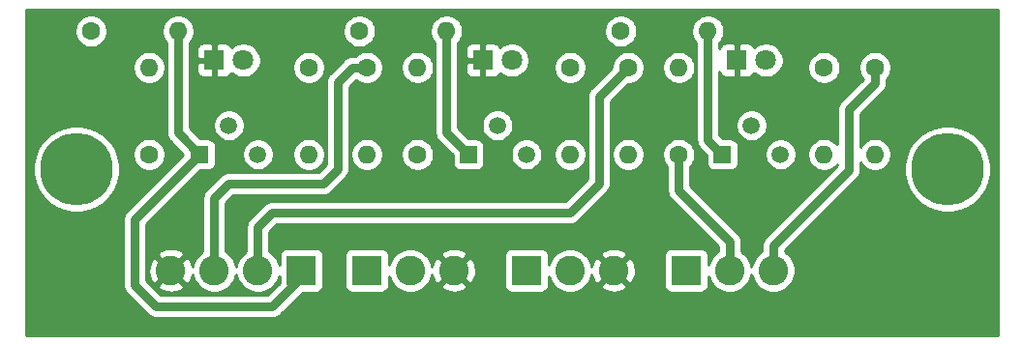
<source format=gbr>
%TF.GenerationSoftware,KiCad,Pcbnew,(5.1.6)-1*%
%TF.CreationDate,2021-02-12T11:45:35-08:00*%
%TF.ProjectId,CMP-CKP-Tach Signal Conditioner,434d502d-434b-4502-9d54-616368205369,rev?*%
%TF.SameCoordinates,Original*%
%TF.FileFunction,Copper,L2,Bot*%
%TF.FilePolarity,Positive*%
%FSLAX46Y46*%
G04 Gerber Fmt 4.6, Leading zero omitted, Abs format (unit mm)*
G04 Created by KiCad (PCBNEW (5.1.6)-1) date 2021-02-12 11:45:35*
%MOMM*%
%LPD*%
G01*
G04 APERTURE LIST*
%TA.AperFunction,ComponentPad*%
%ADD10O,1.600000X1.600000*%
%TD*%
%TA.AperFunction,ComponentPad*%
%ADD11C,1.600000*%
%TD*%
%TA.AperFunction,ComponentPad*%
%ADD12R,1.500000X1.500000*%
%TD*%
%TA.AperFunction,ComponentPad*%
%ADD13C,1.500000*%
%TD*%
%TA.AperFunction,ComponentPad*%
%ADD14C,2.600000*%
%TD*%
%TA.AperFunction,ComponentPad*%
%ADD15R,2.600000X2.600000*%
%TD*%
%TA.AperFunction,ComponentPad*%
%ADD16C,1.800000*%
%TD*%
%TA.AperFunction,ComponentPad*%
%ADD17R,1.800000X1.800000*%
%TD*%
%TA.AperFunction,ComponentPad*%
%ADD18C,6.350000*%
%TD*%
%TA.AperFunction,Conductor*%
%ADD19C,0.762000*%
%TD*%
%TA.AperFunction,Conductor*%
%ADD20C,0.254000*%
%TD*%
G04 APERTURE END LIST*
D10*
%TO.P,R12,2*%
%TO.N,+8V*%
X184785000Y-93980000D03*
D11*
%TO.P,R12,1*%
%TO.N,Net-(Q3-Pad2)*%
X177165000Y-93980000D03*
%TD*%
D10*
%TO.P,R11,2*%
%TO.N,+8V*%
X161290000Y-93980000D03*
D11*
%TO.P,R11,1*%
%TO.N,Net-(Q2-Pad2)*%
X153670000Y-93980000D03*
%TD*%
D10*
%TO.P,R10,2*%
%TO.N,+12V*%
X207645000Y-93980000D03*
D11*
%TO.P,R10,1*%
%TO.N,Net-(Q1-Pad2)*%
X200025000Y-93980000D03*
%TD*%
D10*
%TO.P,R3,2*%
%TO.N,Net-(Q1-Pad3)*%
X217805000Y-104775000D03*
D11*
%TO.P,R3,1*%
%TO.N,Net-(D1-Pad2)*%
X217805000Y-97155000D03*
%TD*%
D10*
%TO.P,R2,2*%
%TO.N,Net-(Q1-Pad3)*%
X222250000Y-104775000D03*
D11*
%TO.P,R2,1*%
%TO.N,/TachSignal*%
X222250000Y-97155000D03*
%TD*%
D10*
%TO.P,R1,2*%
%TO.N,Net-(Q1-Pad2)*%
X205105000Y-97155000D03*
D11*
%TO.P,R1,1*%
%TO.N,/PP5out*%
X205105000Y-104775000D03*
%TD*%
D12*
%TO.P,Q3,1*%
%TO.N,+8V*%
X186690000Y-104775000D03*
D13*
%TO.P,Q3,3*%
%TO.N,Net-(Q3-Pad3)*%
X191770000Y-104775000D03*
%TO.P,Q3,2*%
%TO.N,Net-(Q3-Pad2)*%
X189230000Y-102235000D03*
%TD*%
D12*
%TO.P,Q2,1*%
%TO.N,+8V*%
X163195000Y-104775000D03*
D13*
%TO.P,Q2,3*%
%TO.N,Net-(Q2-Pad3)*%
X168275000Y-104775000D03*
%TO.P,Q2,2*%
%TO.N,Net-(Q2-Pad2)*%
X165735000Y-102235000D03*
%TD*%
D12*
%TO.P,Q1,1*%
%TO.N,+12V*%
X208915000Y-104775000D03*
D13*
%TO.P,Q1,3*%
%TO.N,Net-(Q1-Pad3)*%
X213995000Y-104775000D03*
%TO.P,Q1,2*%
%TO.N,Net-(Q1-Pad2)*%
X211455000Y-102235000D03*
%TD*%
D14*
%TO.P,J3,3*%
%TO.N,/TachSignal*%
X213360000Y-114935000D03*
D15*
%TO.P,J3,1*%
%TO.N,+12V*%
X205740000Y-114935000D03*
D14*
%TO.P,J3,2*%
%TO.N,/PP5out*%
X209550000Y-114935000D03*
%TD*%
D16*
%TO.P,D1,2*%
%TO.N,Net-(D1-Pad2)*%
X212725000Y-96520000D03*
D17*
%TO.P,D1,1*%
%TO.N,GND*%
X210185000Y-96520000D03*
%TD*%
D18*
%TO.P,REF\u002A\u002A,*%
%TO.N,*%
X152400000Y-106045000D03*
%TD*%
%TO.P,REF\u002A\u002A,*%
%TO.N,*%
X228600000Y-106045000D03*
%TD*%
D10*
%TO.P,R9,2*%
%TO.N,Net-(Q3-Pad3)*%
X195580000Y-104775000D03*
D11*
%TO.P,R9,1*%
%TO.N,Net-(D3-Pad2)*%
X195580000Y-97155000D03*
%TD*%
D10*
%TO.P,R8,2*%
%TO.N,Net-(Q3-Pad3)*%
X200660000Y-104775000D03*
D11*
%TO.P,R8,1*%
%TO.N,/CKPsignal*%
X200660000Y-97155000D03*
%TD*%
D10*
%TO.P,R7,2*%
%TO.N,Net-(Q3-Pad2)*%
X182245000Y-97155000D03*
D11*
%TO.P,R7,1*%
%TO.N,/CKPsensor*%
X182245000Y-104775000D03*
%TD*%
D10*
%TO.P,R6,2*%
%TO.N,Net-(Q2-Pad3)*%
X172720000Y-104775000D03*
D11*
%TO.P,R6,1*%
%TO.N,Net-(D2-Pad2)*%
X172720000Y-97155000D03*
%TD*%
D10*
%TO.P,R5,2*%
%TO.N,Net-(Q2-Pad3)*%
X177800000Y-104775000D03*
D11*
%TO.P,R5,1*%
%TO.N,/CMPsignal*%
X177800000Y-97155000D03*
%TD*%
D10*
%TO.P,R4,2*%
%TO.N,Net-(Q2-Pad2)*%
X158750000Y-97155000D03*
D11*
%TO.P,R4,1*%
%TO.N,/CMPsensor*%
X158750000Y-104775000D03*
%TD*%
D14*
%TO.P,J2,3*%
%TO.N,GND*%
X199390000Y-114935000D03*
D15*
%TO.P,J2,1*%
%TO.N,+8V*%
X191770000Y-114935000D03*
D14*
%TO.P,J2,2*%
%TO.N,/CKPsensor*%
X195580000Y-114935000D03*
%TD*%
%TO.P,J1,3*%
%TO.N,GND*%
X185420000Y-114935000D03*
D15*
%TO.P,J1,1*%
%TO.N,+8V*%
X177800000Y-114935000D03*
D14*
%TO.P,J1,2*%
%TO.N,/CMPsensor*%
X181610000Y-114935000D03*
%TD*%
D15*
%TO.P,J4,1*%
%TO.N,+8V*%
X172085000Y-114935000D03*
D14*
%TO.P,J4,4*%
%TO.N,GND*%
X160655000Y-114935000D03*
%TO.P,J4,2*%
%TO.N,/CKPsignal*%
X168275000Y-114935000D03*
%TO.P,J4,3*%
%TO.N,/CMPsignal*%
X164465000Y-114935000D03*
%TD*%
D16*
%TO.P,D3,2*%
%TO.N,Net-(D3-Pad2)*%
X190500000Y-96520000D03*
D17*
%TO.P,D3,1*%
%TO.N,GND*%
X187960000Y-96520000D03*
%TD*%
D16*
%TO.P,D2,2*%
%TO.N,Net-(D2-Pad2)*%
X167005000Y-96520000D03*
D17*
%TO.P,D2,1*%
%TO.N,GND*%
X164465000Y-96520000D03*
%TD*%
D19*
%TO.N,+8V*%
X172085000Y-114935000D02*
X172085000Y-115570000D01*
X172085000Y-115570000D02*
X169545000Y-118110000D01*
X169545000Y-118110000D02*
X159385000Y-118110000D01*
X159385000Y-118110000D02*
X157480000Y-116205000D01*
X157480000Y-110490000D02*
X163195000Y-104775000D01*
X157480000Y-116205000D02*
X157480000Y-110490000D01*
X161290000Y-102870000D02*
X163195000Y-104775000D01*
X161290000Y-93980000D02*
X161290000Y-102870000D01*
X184785000Y-102870000D02*
X186690000Y-104775000D01*
X184785000Y-93980000D02*
X184785000Y-102870000D01*
%TO.N,/CMPsignal*%
X177800000Y-97155000D02*
X176530000Y-97155000D01*
X176530000Y-97155000D02*
X175260000Y-98425000D01*
X175260000Y-98425000D02*
X175260000Y-106045000D01*
X175260000Y-106045000D02*
X173990000Y-107315000D01*
X173990000Y-107315000D02*
X165735000Y-107315000D01*
X164465000Y-108585000D02*
X164465000Y-114935000D01*
X165735000Y-107315000D02*
X164465000Y-108585000D01*
%TO.N,/CKPsignal*%
X198120000Y-107315000D02*
X195580000Y-109855000D01*
X169545000Y-109855000D02*
X168275000Y-111125000D01*
X200660000Y-97155000D02*
X198120000Y-99695000D01*
X198120000Y-99695000D02*
X198120000Y-107315000D01*
X195580000Y-109855000D02*
X169545000Y-109855000D01*
X168275000Y-111125000D02*
X168275000Y-114935000D01*
%TO.N,/TachSignal*%
X222250000Y-97155000D02*
X222250000Y-98552000D01*
X222250000Y-98552000D02*
X219964000Y-100838000D01*
X219964000Y-100838000D02*
X219964000Y-106172000D01*
X213360000Y-112776000D02*
X213360000Y-114935000D01*
X219964000Y-106172000D02*
X213360000Y-112776000D01*
%TO.N,+12V*%
X207645000Y-103505000D02*
X208915000Y-104775000D01*
X207645000Y-93980000D02*
X207645000Y-103505000D01*
%TO.N,/PP5out*%
X209550000Y-114935000D02*
X209550000Y-112395000D01*
X205105000Y-107950000D02*
X205105000Y-104775000D01*
X209550000Y-112395000D02*
X205105000Y-107950000D01*
%TD*%
D20*
%TO.N,GND*%
G36*
X233020001Y-120625000D02*
G01*
X147980000Y-120625000D01*
X147980000Y-110490000D01*
X156459085Y-110490000D01*
X156464001Y-110539912D01*
X156464000Y-116155098D01*
X156459085Y-116205000D01*
X156464000Y-116254901D01*
X156478702Y-116404170D01*
X156536798Y-116595686D01*
X156631140Y-116772190D01*
X156758104Y-116926896D01*
X156796872Y-116958712D01*
X158631292Y-118793133D01*
X158663104Y-118831896D01*
X158817810Y-118958860D01*
X158994311Y-119053201D01*
X158994313Y-119053202D01*
X159185829Y-119111298D01*
X159385000Y-119130915D01*
X159434902Y-119126000D01*
X169495098Y-119126000D01*
X169545000Y-119130915D01*
X169594902Y-119126000D01*
X169744171Y-119111298D01*
X169935687Y-119053202D01*
X170112190Y-118958860D01*
X170266896Y-118831896D01*
X170298712Y-118793128D01*
X172218769Y-116873072D01*
X173385000Y-116873072D01*
X173509482Y-116860812D01*
X173629180Y-116824502D01*
X173739494Y-116765537D01*
X173836185Y-116686185D01*
X173915537Y-116589494D01*
X173974502Y-116479180D01*
X174010812Y-116359482D01*
X174023072Y-116235000D01*
X174023072Y-113635000D01*
X175861928Y-113635000D01*
X175861928Y-116235000D01*
X175874188Y-116359482D01*
X175910498Y-116479180D01*
X175969463Y-116589494D01*
X176048815Y-116686185D01*
X176145506Y-116765537D01*
X176255820Y-116824502D01*
X176375518Y-116860812D01*
X176500000Y-116873072D01*
X179100000Y-116873072D01*
X179224482Y-116860812D01*
X179344180Y-116824502D01*
X179454494Y-116765537D01*
X179551185Y-116686185D01*
X179630537Y-116589494D01*
X179689502Y-116479180D01*
X179725812Y-116359482D01*
X179738072Y-116235000D01*
X179738072Y-115442665D01*
X179749361Y-115499419D01*
X179895225Y-115851566D01*
X180106987Y-116168491D01*
X180376509Y-116438013D01*
X180693434Y-116649775D01*
X181045581Y-116795639D01*
X181419419Y-116870000D01*
X181800581Y-116870000D01*
X182174419Y-116795639D01*
X182526566Y-116649775D01*
X182843491Y-116438013D01*
X182997280Y-116284224D01*
X184250381Y-116284224D01*
X184382317Y-116579312D01*
X184723045Y-116750159D01*
X185090557Y-116851250D01*
X185470729Y-116878701D01*
X185848951Y-116831457D01*
X186210690Y-116711333D01*
X186457683Y-116579312D01*
X186589619Y-116284224D01*
X185420000Y-115114605D01*
X184250381Y-116284224D01*
X182997280Y-116284224D01*
X183113013Y-116168491D01*
X183324775Y-115851566D01*
X183470639Y-115499419D01*
X183513530Y-115283791D01*
X183523543Y-115363951D01*
X183643667Y-115725690D01*
X183775688Y-115972683D01*
X184070776Y-116104619D01*
X185240395Y-114935000D01*
X185599605Y-114935000D01*
X186769224Y-116104619D01*
X187064312Y-115972683D01*
X187235159Y-115631955D01*
X187336250Y-115264443D01*
X187363701Y-114884271D01*
X187316457Y-114506049D01*
X187196333Y-114144310D01*
X187064312Y-113897317D01*
X186769224Y-113765381D01*
X185599605Y-114935000D01*
X185240395Y-114935000D01*
X184070776Y-113765381D01*
X183775688Y-113897317D01*
X183604841Y-114238045D01*
X183511659Y-114576803D01*
X183470639Y-114370581D01*
X183324775Y-114018434D01*
X183113013Y-113701509D01*
X182997280Y-113585776D01*
X184250381Y-113585776D01*
X185420000Y-114755395D01*
X186540395Y-113635000D01*
X189831928Y-113635000D01*
X189831928Y-116235000D01*
X189844188Y-116359482D01*
X189880498Y-116479180D01*
X189939463Y-116589494D01*
X190018815Y-116686185D01*
X190115506Y-116765537D01*
X190225820Y-116824502D01*
X190345518Y-116860812D01*
X190470000Y-116873072D01*
X193070000Y-116873072D01*
X193194482Y-116860812D01*
X193314180Y-116824502D01*
X193424494Y-116765537D01*
X193521185Y-116686185D01*
X193600537Y-116589494D01*
X193659502Y-116479180D01*
X193695812Y-116359482D01*
X193708072Y-116235000D01*
X193708072Y-115442665D01*
X193719361Y-115499419D01*
X193865225Y-115851566D01*
X194076987Y-116168491D01*
X194346509Y-116438013D01*
X194663434Y-116649775D01*
X195015581Y-116795639D01*
X195389419Y-116870000D01*
X195770581Y-116870000D01*
X196144419Y-116795639D01*
X196496566Y-116649775D01*
X196813491Y-116438013D01*
X196967280Y-116284224D01*
X198220381Y-116284224D01*
X198352317Y-116579312D01*
X198693045Y-116750159D01*
X199060557Y-116851250D01*
X199440729Y-116878701D01*
X199818951Y-116831457D01*
X200180690Y-116711333D01*
X200427683Y-116579312D01*
X200559619Y-116284224D01*
X199390000Y-115114605D01*
X198220381Y-116284224D01*
X196967280Y-116284224D01*
X197083013Y-116168491D01*
X197294775Y-115851566D01*
X197440639Y-115499419D01*
X197483530Y-115283791D01*
X197493543Y-115363951D01*
X197613667Y-115725690D01*
X197745688Y-115972683D01*
X198040776Y-116104619D01*
X199210395Y-114935000D01*
X199569605Y-114935000D01*
X200739224Y-116104619D01*
X201034312Y-115972683D01*
X201205159Y-115631955D01*
X201306250Y-115264443D01*
X201333701Y-114884271D01*
X201286457Y-114506049D01*
X201166333Y-114144310D01*
X201034312Y-113897317D01*
X200739224Y-113765381D01*
X199569605Y-114935000D01*
X199210395Y-114935000D01*
X198040776Y-113765381D01*
X197745688Y-113897317D01*
X197574841Y-114238045D01*
X197481659Y-114576803D01*
X197440639Y-114370581D01*
X197294775Y-114018434D01*
X197083013Y-113701509D01*
X196967280Y-113585776D01*
X198220381Y-113585776D01*
X199390000Y-114755395D01*
X200559619Y-113585776D01*
X200427683Y-113290688D01*
X200086955Y-113119841D01*
X199719443Y-113018750D01*
X199339271Y-112991299D01*
X198961049Y-113038543D01*
X198599310Y-113158667D01*
X198352317Y-113290688D01*
X198220381Y-113585776D01*
X196967280Y-113585776D01*
X196813491Y-113431987D01*
X196496566Y-113220225D01*
X196144419Y-113074361D01*
X195770581Y-113000000D01*
X195389419Y-113000000D01*
X195015581Y-113074361D01*
X194663434Y-113220225D01*
X194346509Y-113431987D01*
X194076987Y-113701509D01*
X193865225Y-114018434D01*
X193719361Y-114370581D01*
X193708072Y-114427335D01*
X193708072Y-113635000D01*
X193695812Y-113510518D01*
X193659502Y-113390820D01*
X193600537Y-113280506D01*
X193521185Y-113183815D01*
X193424494Y-113104463D01*
X193314180Y-113045498D01*
X193194482Y-113009188D01*
X193070000Y-112996928D01*
X190470000Y-112996928D01*
X190345518Y-113009188D01*
X190225820Y-113045498D01*
X190115506Y-113104463D01*
X190018815Y-113183815D01*
X189939463Y-113280506D01*
X189880498Y-113390820D01*
X189844188Y-113510518D01*
X189831928Y-113635000D01*
X186540395Y-113635000D01*
X186589619Y-113585776D01*
X186457683Y-113290688D01*
X186116955Y-113119841D01*
X185749443Y-113018750D01*
X185369271Y-112991299D01*
X184991049Y-113038543D01*
X184629310Y-113158667D01*
X184382317Y-113290688D01*
X184250381Y-113585776D01*
X182997280Y-113585776D01*
X182843491Y-113431987D01*
X182526566Y-113220225D01*
X182174419Y-113074361D01*
X181800581Y-113000000D01*
X181419419Y-113000000D01*
X181045581Y-113074361D01*
X180693434Y-113220225D01*
X180376509Y-113431987D01*
X180106987Y-113701509D01*
X179895225Y-114018434D01*
X179749361Y-114370581D01*
X179738072Y-114427335D01*
X179738072Y-113635000D01*
X179725812Y-113510518D01*
X179689502Y-113390820D01*
X179630537Y-113280506D01*
X179551185Y-113183815D01*
X179454494Y-113104463D01*
X179344180Y-113045498D01*
X179224482Y-113009188D01*
X179100000Y-112996928D01*
X176500000Y-112996928D01*
X176375518Y-113009188D01*
X176255820Y-113045498D01*
X176145506Y-113104463D01*
X176048815Y-113183815D01*
X175969463Y-113280506D01*
X175910498Y-113390820D01*
X175874188Y-113510518D01*
X175861928Y-113635000D01*
X174023072Y-113635000D01*
X174010812Y-113510518D01*
X173974502Y-113390820D01*
X173915537Y-113280506D01*
X173836185Y-113183815D01*
X173739494Y-113104463D01*
X173629180Y-113045498D01*
X173509482Y-113009188D01*
X173385000Y-112996928D01*
X170785000Y-112996928D01*
X170660518Y-113009188D01*
X170540820Y-113045498D01*
X170430506Y-113104463D01*
X170333815Y-113183815D01*
X170254463Y-113280506D01*
X170195498Y-113390820D01*
X170159188Y-113510518D01*
X170146928Y-113635000D01*
X170146928Y-114427335D01*
X170135639Y-114370581D01*
X169989775Y-114018434D01*
X169778013Y-113701509D01*
X169508491Y-113431987D01*
X169291000Y-113286665D01*
X169291000Y-111545840D01*
X169965841Y-110871000D01*
X195530098Y-110871000D01*
X195580000Y-110875915D01*
X195629902Y-110871000D01*
X195779171Y-110856298D01*
X195970687Y-110798202D01*
X196147190Y-110703860D01*
X196301896Y-110576896D01*
X196333712Y-110538128D01*
X198803135Y-108068706D01*
X198841896Y-108036896D01*
X198968860Y-107882190D01*
X199063202Y-107705687D01*
X199121298Y-107514171D01*
X199136000Y-107364902D01*
X199136000Y-107364895D01*
X199140914Y-107315001D01*
X199136000Y-107265107D01*
X199136000Y-104633665D01*
X199225000Y-104633665D01*
X199225000Y-104916335D01*
X199280147Y-105193574D01*
X199388320Y-105454727D01*
X199545363Y-105689759D01*
X199745241Y-105889637D01*
X199980273Y-106046680D01*
X200241426Y-106154853D01*
X200518665Y-106210000D01*
X200801335Y-106210000D01*
X201078574Y-106154853D01*
X201339727Y-106046680D01*
X201574759Y-105889637D01*
X201774637Y-105689759D01*
X201931680Y-105454727D01*
X202039853Y-105193574D01*
X202095000Y-104916335D01*
X202095000Y-104633665D01*
X203670000Y-104633665D01*
X203670000Y-104916335D01*
X203725147Y-105193574D01*
X203833320Y-105454727D01*
X203990363Y-105689759D01*
X204089001Y-105788397D01*
X204089000Y-107900098D01*
X204084085Y-107950000D01*
X204089000Y-107999901D01*
X204103702Y-108149170D01*
X204161798Y-108340686D01*
X204256140Y-108517190D01*
X204383104Y-108671896D01*
X204421872Y-108703712D01*
X208534001Y-112815842D01*
X208534001Y-113286664D01*
X208316509Y-113431987D01*
X208046987Y-113701509D01*
X207835225Y-114018434D01*
X207689361Y-114370581D01*
X207678072Y-114427335D01*
X207678072Y-113635000D01*
X207665812Y-113510518D01*
X207629502Y-113390820D01*
X207570537Y-113280506D01*
X207491185Y-113183815D01*
X207394494Y-113104463D01*
X207284180Y-113045498D01*
X207164482Y-113009188D01*
X207040000Y-112996928D01*
X204440000Y-112996928D01*
X204315518Y-113009188D01*
X204195820Y-113045498D01*
X204085506Y-113104463D01*
X203988815Y-113183815D01*
X203909463Y-113280506D01*
X203850498Y-113390820D01*
X203814188Y-113510518D01*
X203801928Y-113635000D01*
X203801928Y-116235000D01*
X203814188Y-116359482D01*
X203850498Y-116479180D01*
X203909463Y-116589494D01*
X203988815Y-116686185D01*
X204085506Y-116765537D01*
X204195820Y-116824502D01*
X204315518Y-116860812D01*
X204440000Y-116873072D01*
X207040000Y-116873072D01*
X207164482Y-116860812D01*
X207284180Y-116824502D01*
X207394494Y-116765537D01*
X207491185Y-116686185D01*
X207570537Y-116589494D01*
X207629502Y-116479180D01*
X207665812Y-116359482D01*
X207678072Y-116235000D01*
X207678072Y-115442665D01*
X207689361Y-115499419D01*
X207835225Y-115851566D01*
X208046987Y-116168491D01*
X208316509Y-116438013D01*
X208633434Y-116649775D01*
X208985581Y-116795639D01*
X209359419Y-116870000D01*
X209740581Y-116870000D01*
X210114419Y-116795639D01*
X210466566Y-116649775D01*
X210783491Y-116438013D01*
X211053013Y-116168491D01*
X211264775Y-115851566D01*
X211410639Y-115499419D01*
X211455000Y-115276401D01*
X211499361Y-115499419D01*
X211645225Y-115851566D01*
X211856987Y-116168491D01*
X212126509Y-116438013D01*
X212443434Y-116649775D01*
X212795581Y-116795639D01*
X213169419Y-116870000D01*
X213550581Y-116870000D01*
X213924419Y-116795639D01*
X214276566Y-116649775D01*
X214593491Y-116438013D01*
X214863013Y-116168491D01*
X215074775Y-115851566D01*
X215220639Y-115499419D01*
X215295000Y-115125581D01*
X215295000Y-114744419D01*
X215220639Y-114370581D01*
X215074775Y-114018434D01*
X214863013Y-113701509D01*
X214593491Y-113431987D01*
X214376000Y-113286665D01*
X214376000Y-113196840D01*
X220647133Y-106925708D01*
X220685896Y-106893896D01*
X220812860Y-106739190D01*
X220907202Y-106562687D01*
X220950409Y-106420252D01*
X220965298Y-106371172D01*
X220972890Y-106294086D01*
X220980000Y-106221902D01*
X220980000Y-106221895D01*
X220984914Y-106172001D01*
X220980000Y-106122107D01*
X220980000Y-105457241D01*
X221135363Y-105689759D01*
X221335241Y-105889637D01*
X221570273Y-106046680D01*
X221831426Y-106154853D01*
X222108665Y-106210000D01*
X222391335Y-106210000D01*
X222668574Y-106154853D01*
X222929727Y-106046680D01*
X223164759Y-105889637D01*
X223364637Y-105689759D01*
X223378007Y-105669748D01*
X224790000Y-105669748D01*
X224790000Y-106420252D01*
X224936416Y-107156336D01*
X225223622Y-107849712D01*
X225640580Y-108473733D01*
X226171267Y-109004420D01*
X226795288Y-109421378D01*
X227488664Y-109708584D01*
X228224748Y-109855000D01*
X228975252Y-109855000D01*
X229711336Y-109708584D01*
X230404712Y-109421378D01*
X231028733Y-109004420D01*
X231559420Y-108473733D01*
X231976378Y-107849712D01*
X232263584Y-107156336D01*
X232410000Y-106420252D01*
X232410000Y-105669748D01*
X232263584Y-104933664D01*
X231976378Y-104240288D01*
X231559420Y-103616267D01*
X231028733Y-103085580D01*
X230404712Y-102668622D01*
X229711336Y-102381416D01*
X228975252Y-102235000D01*
X228224748Y-102235000D01*
X227488664Y-102381416D01*
X226795288Y-102668622D01*
X226171267Y-103085580D01*
X225640580Y-103616267D01*
X225223622Y-104240288D01*
X224936416Y-104933664D01*
X224790000Y-105669748D01*
X223378007Y-105669748D01*
X223521680Y-105454727D01*
X223629853Y-105193574D01*
X223685000Y-104916335D01*
X223685000Y-104633665D01*
X223629853Y-104356426D01*
X223521680Y-104095273D01*
X223364637Y-103860241D01*
X223164759Y-103660363D01*
X222929727Y-103503320D01*
X222668574Y-103395147D01*
X222391335Y-103340000D01*
X222108665Y-103340000D01*
X221831426Y-103395147D01*
X221570273Y-103503320D01*
X221335241Y-103660363D01*
X221135363Y-103860241D01*
X220980000Y-104092759D01*
X220980000Y-101258840D01*
X222933133Y-99305708D01*
X222971896Y-99273896D01*
X223098860Y-99119190D01*
X223193202Y-98942687D01*
X223251298Y-98751171D01*
X223266000Y-98601902D01*
X223266000Y-98601895D01*
X223270914Y-98552001D01*
X223266000Y-98502107D01*
X223266000Y-98168396D01*
X223364637Y-98069759D01*
X223521680Y-97834727D01*
X223629853Y-97573574D01*
X223685000Y-97296335D01*
X223685000Y-97013665D01*
X223629853Y-96736426D01*
X223521680Y-96475273D01*
X223364637Y-96240241D01*
X223164759Y-96040363D01*
X222929727Y-95883320D01*
X222668574Y-95775147D01*
X222391335Y-95720000D01*
X222108665Y-95720000D01*
X221831426Y-95775147D01*
X221570273Y-95883320D01*
X221335241Y-96040363D01*
X221135363Y-96240241D01*
X220978320Y-96475273D01*
X220870147Y-96736426D01*
X220815000Y-97013665D01*
X220815000Y-97296335D01*
X220870147Y-97573574D01*
X220978320Y-97834727D01*
X221135363Y-98069759D01*
X221215382Y-98149778D01*
X219280872Y-100084288D01*
X219242104Y-100116104D01*
X219115140Y-100270810D01*
X219020798Y-100447314D01*
X218962893Y-100638201D01*
X218962702Y-100638830D01*
X218943085Y-100838000D01*
X218948000Y-100887902D01*
X218948001Y-103902690D01*
X218919637Y-103860241D01*
X218719759Y-103660363D01*
X218484727Y-103503320D01*
X218223574Y-103395147D01*
X217946335Y-103340000D01*
X217663665Y-103340000D01*
X217386426Y-103395147D01*
X217125273Y-103503320D01*
X216890241Y-103660363D01*
X216690363Y-103860241D01*
X216533320Y-104095273D01*
X216425147Y-104356426D01*
X216370000Y-104633665D01*
X216370000Y-104916335D01*
X216425147Y-105193574D01*
X216533320Y-105454727D01*
X216690363Y-105689759D01*
X216890241Y-105889637D01*
X217125273Y-106046680D01*
X217386426Y-106154853D01*
X217663665Y-106210000D01*
X217946335Y-106210000D01*
X218223574Y-106154853D01*
X218484727Y-106046680D01*
X218719759Y-105889637D01*
X218919637Y-105689759D01*
X218948001Y-105647309D01*
X218948001Y-105751158D01*
X212676872Y-112022288D01*
X212638104Y-112054104D01*
X212511140Y-112208810D01*
X212416798Y-112385314D01*
X212358702Y-112576829D01*
X212358702Y-112576830D01*
X212339085Y-112776000D01*
X212344000Y-112825902D01*
X212344000Y-113286664D01*
X212126509Y-113431987D01*
X211856987Y-113701509D01*
X211645225Y-114018434D01*
X211499361Y-114370581D01*
X211455000Y-114593599D01*
X211410639Y-114370581D01*
X211264775Y-114018434D01*
X211053013Y-113701509D01*
X210783491Y-113431987D01*
X210566000Y-113286665D01*
X210566000Y-112444893D01*
X210570914Y-112394999D01*
X210566000Y-112345105D01*
X210566000Y-112345098D01*
X210551298Y-112195829D01*
X210493202Y-112004313D01*
X210398860Y-111827810D01*
X210271896Y-111673104D01*
X210233133Y-111641292D01*
X206121000Y-107529160D01*
X206121000Y-105788396D01*
X206219637Y-105689759D01*
X206376680Y-105454727D01*
X206484853Y-105193574D01*
X206540000Y-104916335D01*
X206540000Y-104633665D01*
X206484853Y-104356426D01*
X206376680Y-104095273D01*
X206219637Y-103860241D01*
X206019759Y-103660363D01*
X205784727Y-103503320D01*
X205523574Y-103395147D01*
X205246335Y-103340000D01*
X204963665Y-103340000D01*
X204686426Y-103395147D01*
X204425273Y-103503320D01*
X204190241Y-103660363D01*
X203990363Y-103860241D01*
X203833320Y-104095273D01*
X203725147Y-104356426D01*
X203670000Y-104633665D01*
X202095000Y-104633665D01*
X202039853Y-104356426D01*
X201931680Y-104095273D01*
X201774637Y-103860241D01*
X201574759Y-103660363D01*
X201339727Y-103503320D01*
X201078574Y-103395147D01*
X200801335Y-103340000D01*
X200518665Y-103340000D01*
X200241426Y-103395147D01*
X199980273Y-103503320D01*
X199745241Y-103660363D01*
X199545363Y-103860241D01*
X199388320Y-104095273D01*
X199280147Y-104356426D01*
X199225000Y-104633665D01*
X199136000Y-104633665D01*
X199136000Y-100115840D01*
X200661841Y-98590000D01*
X200801335Y-98590000D01*
X201078574Y-98534853D01*
X201339727Y-98426680D01*
X201574759Y-98269637D01*
X201774637Y-98069759D01*
X201931680Y-97834727D01*
X202039853Y-97573574D01*
X202095000Y-97296335D01*
X202095000Y-97013665D01*
X203670000Y-97013665D01*
X203670000Y-97296335D01*
X203725147Y-97573574D01*
X203833320Y-97834727D01*
X203990363Y-98069759D01*
X204190241Y-98269637D01*
X204425273Y-98426680D01*
X204686426Y-98534853D01*
X204963665Y-98590000D01*
X205246335Y-98590000D01*
X205523574Y-98534853D01*
X205784727Y-98426680D01*
X206019759Y-98269637D01*
X206219637Y-98069759D01*
X206376680Y-97834727D01*
X206484853Y-97573574D01*
X206540000Y-97296335D01*
X206540000Y-97013665D01*
X206484853Y-96736426D01*
X206376680Y-96475273D01*
X206219637Y-96240241D01*
X206019759Y-96040363D01*
X205784727Y-95883320D01*
X205523574Y-95775147D01*
X205246335Y-95720000D01*
X204963665Y-95720000D01*
X204686426Y-95775147D01*
X204425273Y-95883320D01*
X204190241Y-96040363D01*
X203990363Y-96240241D01*
X203833320Y-96475273D01*
X203725147Y-96736426D01*
X203670000Y-97013665D01*
X202095000Y-97013665D01*
X202039853Y-96736426D01*
X201931680Y-96475273D01*
X201774637Y-96240241D01*
X201574759Y-96040363D01*
X201339727Y-95883320D01*
X201078574Y-95775147D01*
X200801335Y-95720000D01*
X200518665Y-95720000D01*
X200241426Y-95775147D01*
X199980273Y-95883320D01*
X199745241Y-96040363D01*
X199545363Y-96240241D01*
X199388320Y-96475273D01*
X199280147Y-96736426D01*
X199225000Y-97013665D01*
X199225000Y-97153159D01*
X197436872Y-98941288D01*
X197398104Y-98973104D01*
X197271140Y-99127810D01*
X197176798Y-99304314D01*
X197133844Y-99445915D01*
X197118702Y-99495830D01*
X197099085Y-99695000D01*
X197104000Y-99744902D01*
X197104001Y-106894158D01*
X195159160Y-108839000D01*
X169594893Y-108839000D01*
X169544999Y-108834086D01*
X169495105Y-108839000D01*
X169495098Y-108839000D01*
X169345829Y-108853702D01*
X169154313Y-108911798D01*
X168977810Y-109006140D01*
X168823104Y-109133104D01*
X168791293Y-109171866D01*
X167591872Y-110371288D01*
X167553104Y-110403104D01*
X167426140Y-110557810D01*
X167331798Y-110734314D01*
X167290335Y-110871000D01*
X167273702Y-110925830D01*
X167254085Y-111125000D01*
X167259000Y-111174902D01*
X167259001Y-113286664D01*
X167041509Y-113431987D01*
X166771987Y-113701509D01*
X166560225Y-114018434D01*
X166414361Y-114370581D01*
X166370000Y-114593599D01*
X166325639Y-114370581D01*
X166179775Y-114018434D01*
X165968013Y-113701509D01*
X165698491Y-113431987D01*
X165481000Y-113286665D01*
X165481000Y-109005840D01*
X166155841Y-108331000D01*
X173940098Y-108331000D01*
X173990000Y-108335915D01*
X174039902Y-108331000D01*
X174189171Y-108316298D01*
X174380687Y-108258202D01*
X174557190Y-108163860D01*
X174711896Y-108036896D01*
X174743712Y-107998128D01*
X175943133Y-106798708D01*
X175981896Y-106766896D01*
X176108860Y-106612190D01*
X176203202Y-106435687D01*
X176261298Y-106244171D01*
X176276000Y-106094902D01*
X176276000Y-106094895D01*
X176280914Y-106045001D01*
X176276000Y-105995107D01*
X176276000Y-104633665D01*
X176365000Y-104633665D01*
X176365000Y-104916335D01*
X176420147Y-105193574D01*
X176528320Y-105454727D01*
X176685363Y-105689759D01*
X176885241Y-105889637D01*
X177120273Y-106046680D01*
X177381426Y-106154853D01*
X177658665Y-106210000D01*
X177941335Y-106210000D01*
X178218574Y-106154853D01*
X178479727Y-106046680D01*
X178714759Y-105889637D01*
X178914637Y-105689759D01*
X179071680Y-105454727D01*
X179179853Y-105193574D01*
X179235000Y-104916335D01*
X179235000Y-104633665D01*
X180810000Y-104633665D01*
X180810000Y-104916335D01*
X180865147Y-105193574D01*
X180973320Y-105454727D01*
X181130363Y-105689759D01*
X181330241Y-105889637D01*
X181565273Y-106046680D01*
X181826426Y-106154853D01*
X182103665Y-106210000D01*
X182386335Y-106210000D01*
X182663574Y-106154853D01*
X182924727Y-106046680D01*
X183159759Y-105889637D01*
X183359637Y-105689759D01*
X183516680Y-105454727D01*
X183624853Y-105193574D01*
X183680000Y-104916335D01*
X183680000Y-104633665D01*
X183624853Y-104356426D01*
X183516680Y-104095273D01*
X183359637Y-103860241D01*
X183159759Y-103660363D01*
X182924727Y-103503320D01*
X182663574Y-103395147D01*
X182386335Y-103340000D01*
X182103665Y-103340000D01*
X181826426Y-103395147D01*
X181565273Y-103503320D01*
X181330241Y-103660363D01*
X181130363Y-103860241D01*
X180973320Y-104095273D01*
X180865147Y-104356426D01*
X180810000Y-104633665D01*
X179235000Y-104633665D01*
X179179853Y-104356426D01*
X179071680Y-104095273D01*
X178914637Y-103860241D01*
X178714759Y-103660363D01*
X178479727Y-103503320D01*
X178218574Y-103395147D01*
X177941335Y-103340000D01*
X177658665Y-103340000D01*
X177381426Y-103395147D01*
X177120273Y-103503320D01*
X176885241Y-103660363D01*
X176685363Y-103860241D01*
X176528320Y-104095273D01*
X176420147Y-104356426D01*
X176365000Y-104633665D01*
X176276000Y-104633665D01*
X176276000Y-98845840D01*
X176868722Y-98253118D01*
X176885241Y-98269637D01*
X177120273Y-98426680D01*
X177381426Y-98534853D01*
X177658665Y-98590000D01*
X177941335Y-98590000D01*
X178218574Y-98534853D01*
X178479727Y-98426680D01*
X178714759Y-98269637D01*
X178914637Y-98069759D01*
X179071680Y-97834727D01*
X179179853Y-97573574D01*
X179235000Y-97296335D01*
X179235000Y-97013665D01*
X180810000Y-97013665D01*
X180810000Y-97296335D01*
X180865147Y-97573574D01*
X180973320Y-97834727D01*
X181130363Y-98069759D01*
X181330241Y-98269637D01*
X181565273Y-98426680D01*
X181826426Y-98534853D01*
X182103665Y-98590000D01*
X182386335Y-98590000D01*
X182663574Y-98534853D01*
X182924727Y-98426680D01*
X183159759Y-98269637D01*
X183359637Y-98069759D01*
X183516680Y-97834727D01*
X183624853Y-97573574D01*
X183680000Y-97296335D01*
X183680000Y-97013665D01*
X183624853Y-96736426D01*
X183516680Y-96475273D01*
X183359637Y-96240241D01*
X183159759Y-96040363D01*
X182924727Y-95883320D01*
X182663574Y-95775147D01*
X182386335Y-95720000D01*
X182103665Y-95720000D01*
X181826426Y-95775147D01*
X181565273Y-95883320D01*
X181330241Y-96040363D01*
X181130363Y-96240241D01*
X180973320Y-96475273D01*
X180865147Y-96736426D01*
X180810000Y-97013665D01*
X179235000Y-97013665D01*
X179179853Y-96736426D01*
X179071680Y-96475273D01*
X178914637Y-96240241D01*
X178714759Y-96040363D01*
X178479727Y-95883320D01*
X178218574Y-95775147D01*
X177941335Y-95720000D01*
X177658665Y-95720000D01*
X177381426Y-95775147D01*
X177120273Y-95883320D01*
X176885241Y-96040363D01*
X176786604Y-96139000D01*
X176579893Y-96139000D01*
X176529999Y-96134086D01*
X176480105Y-96139000D01*
X176480098Y-96139000D01*
X176330829Y-96153702D01*
X176139313Y-96211798D01*
X175962810Y-96306140D01*
X175808104Y-96433104D01*
X175776292Y-96471867D01*
X174576872Y-97671288D01*
X174538104Y-97703104D01*
X174411140Y-97857810D01*
X174316798Y-98034314D01*
X174278273Y-98161314D01*
X174258702Y-98225830D01*
X174239085Y-98425000D01*
X174244000Y-98474902D01*
X174244001Y-105624158D01*
X173569160Y-106299000D01*
X165784893Y-106299000D01*
X165734999Y-106294086D01*
X165685105Y-106299000D01*
X165685098Y-106299000D01*
X165535829Y-106313702D01*
X165344313Y-106371798D01*
X165167810Y-106466140D01*
X165013104Y-106593104D01*
X164981293Y-106631866D01*
X163781872Y-107831288D01*
X163743104Y-107863104D01*
X163616140Y-108017810D01*
X163521798Y-108194314D01*
X163477396Y-108340687D01*
X163463702Y-108385830D01*
X163444085Y-108585000D01*
X163449000Y-108634902D01*
X163449001Y-113286664D01*
X163231509Y-113431987D01*
X162961987Y-113701509D01*
X162750225Y-114018434D01*
X162604361Y-114370581D01*
X162561470Y-114586209D01*
X162551457Y-114506049D01*
X162431333Y-114144310D01*
X162299312Y-113897317D01*
X162004224Y-113765381D01*
X160834605Y-114935000D01*
X162004224Y-116104619D01*
X162299312Y-115972683D01*
X162470159Y-115631955D01*
X162563341Y-115293197D01*
X162604361Y-115499419D01*
X162750225Y-115851566D01*
X162961987Y-116168491D01*
X163231509Y-116438013D01*
X163548434Y-116649775D01*
X163900581Y-116795639D01*
X164274419Y-116870000D01*
X164655581Y-116870000D01*
X165029419Y-116795639D01*
X165381566Y-116649775D01*
X165698491Y-116438013D01*
X165968013Y-116168491D01*
X166179775Y-115851566D01*
X166325639Y-115499419D01*
X166370000Y-115276401D01*
X166414361Y-115499419D01*
X166560225Y-115851566D01*
X166771987Y-116168491D01*
X167041509Y-116438013D01*
X167358434Y-116649775D01*
X167710581Y-116795639D01*
X168084419Y-116870000D01*
X168465581Y-116870000D01*
X168839419Y-116795639D01*
X169191566Y-116649775D01*
X169508491Y-116438013D01*
X169778013Y-116168491D01*
X169989775Y-115851566D01*
X170135639Y-115499419D01*
X170146928Y-115442665D01*
X170146928Y-116071231D01*
X169124160Y-117094000D01*
X159805841Y-117094000D01*
X158996065Y-116284224D01*
X159485381Y-116284224D01*
X159617317Y-116579312D01*
X159958045Y-116750159D01*
X160325557Y-116851250D01*
X160705729Y-116878701D01*
X161083951Y-116831457D01*
X161445690Y-116711333D01*
X161692683Y-116579312D01*
X161824619Y-116284224D01*
X160655000Y-115114605D01*
X159485381Y-116284224D01*
X158996065Y-116284224D01*
X158496000Y-115784160D01*
X158496000Y-114985729D01*
X158711299Y-114985729D01*
X158758543Y-115363951D01*
X158878667Y-115725690D01*
X159010688Y-115972683D01*
X159305776Y-116104619D01*
X160475395Y-114935000D01*
X159305776Y-113765381D01*
X159010688Y-113897317D01*
X158839841Y-114238045D01*
X158738750Y-114605557D01*
X158711299Y-114985729D01*
X158496000Y-114985729D01*
X158496000Y-113585776D01*
X159485381Y-113585776D01*
X160655000Y-114755395D01*
X161824619Y-113585776D01*
X161692683Y-113290688D01*
X161351955Y-113119841D01*
X160984443Y-113018750D01*
X160604271Y-112991299D01*
X160226049Y-113038543D01*
X159864310Y-113158667D01*
X159617317Y-113290688D01*
X159485381Y-113585776D01*
X158496000Y-113585776D01*
X158496000Y-110910840D01*
X163243769Y-106163072D01*
X163945000Y-106163072D01*
X164069482Y-106150812D01*
X164189180Y-106114502D01*
X164299494Y-106055537D01*
X164396185Y-105976185D01*
X164475537Y-105879494D01*
X164534502Y-105769180D01*
X164570812Y-105649482D01*
X164583072Y-105525000D01*
X164583072Y-104638589D01*
X166890000Y-104638589D01*
X166890000Y-104911411D01*
X166943225Y-105178989D01*
X167047629Y-105431043D01*
X167199201Y-105657886D01*
X167392114Y-105850799D01*
X167618957Y-106002371D01*
X167871011Y-106106775D01*
X168138589Y-106160000D01*
X168411411Y-106160000D01*
X168678989Y-106106775D01*
X168931043Y-106002371D01*
X169157886Y-105850799D01*
X169350799Y-105657886D01*
X169502371Y-105431043D01*
X169606775Y-105178989D01*
X169660000Y-104911411D01*
X169660000Y-104638589D01*
X169659021Y-104633665D01*
X171285000Y-104633665D01*
X171285000Y-104916335D01*
X171340147Y-105193574D01*
X171448320Y-105454727D01*
X171605363Y-105689759D01*
X171805241Y-105889637D01*
X172040273Y-106046680D01*
X172301426Y-106154853D01*
X172578665Y-106210000D01*
X172861335Y-106210000D01*
X173138574Y-106154853D01*
X173399727Y-106046680D01*
X173634759Y-105889637D01*
X173834637Y-105689759D01*
X173991680Y-105454727D01*
X174099853Y-105193574D01*
X174155000Y-104916335D01*
X174155000Y-104633665D01*
X174099853Y-104356426D01*
X173991680Y-104095273D01*
X173834637Y-103860241D01*
X173634759Y-103660363D01*
X173399727Y-103503320D01*
X173138574Y-103395147D01*
X172861335Y-103340000D01*
X172578665Y-103340000D01*
X172301426Y-103395147D01*
X172040273Y-103503320D01*
X171805241Y-103660363D01*
X171605363Y-103860241D01*
X171448320Y-104095273D01*
X171340147Y-104356426D01*
X171285000Y-104633665D01*
X169659021Y-104633665D01*
X169606775Y-104371011D01*
X169502371Y-104118957D01*
X169350799Y-103892114D01*
X169157886Y-103699201D01*
X168931043Y-103547629D01*
X168678989Y-103443225D01*
X168411411Y-103390000D01*
X168138589Y-103390000D01*
X167871011Y-103443225D01*
X167618957Y-103547629D01*
X167392114Y-103699201D01*
X167199201Y-103892114D01*
X167047629Y-104118957D01*
X166943225Y-104371011D01*
X166890000Y-104638589D01*
X164583072Y-104638589D01*
X164583072Y-104025000D01*
X164570812Y-103900518D01*
X164534502Y-103780820D01*
X164475537Y-103670506D01*
X164396185Y-103573815D01*
X164299494Y-103494463D01*
X164189180Y-103435498D01*
X164069482Y-103399188D01*
X163945000Y-103386928D01*
X163243769Y-103386928D01*
X162306000Y-102449160D01*
X162306000Y-102098589D01*
X164350000Y-102098589D01*
X164350000Y-102371411D01*
X164403225Y-102638989D01*
X164507629Y-102891043D01*
X164659201Y-103117886D01*
X164852114Y-103310799D01*
X165078957Y-103462371D01*
X165331011Y-103566775D01*
X165598589Y-103620000D01*
X165871411Y-103620000D01*
X166138989Y-103566775D01*
X166391043Y-103462371D01*
X166617886Y-103310799D01*
X166810799Y-103117886D01*
X166962371Y-102891043D01*
X167066775Y-102638989D01*
X167120000Y-102371411D01*
X167120000Y-102098589D01*
X167066775Y-101831011D01*
X166962371Y-101578957D01*
X166810799Y-101352114D01*
X166617886Y-101159201D01*
X166391043Y-101007629D01*
X166138989Y-100903225D01*
X165871411Y-100850000D01*
X165598589Y-100850000D01*
X165331011Y-100903225D01*
X165078957Y-101007629D01*
X164852114Y-101159201D01*
X164659201Y-101352114D01*
X164507629Y-101578957D01*
X164403225Y-101831011D01*
X164350000Y-102098589D01*
X162306000Y-102098589D01*
X162306000Y-97420000D01*
X162926928Y-97420000D01*
X162939188Y-97544482D01*
X162975498Y-97664180D01*
X163034463Y-97774494D01*
X163113815Y-97871185D01*
X163210506Y-97950537D01*
X163320820Y-98009502D01*
X163440518Y-98045812D01*
X163565000Y-98058072D01*
X164179250Y-98055000D01*
X164338000Y-97896250D01*
X164338000Y-96647000D01*
X163088750Y-96647000D01*
X162930000Y-96805750D01*
X162926928Y-97420000D01*
X162306000Y-97420000D01*
X162306000Y-95620000D01*
X162926928Y-95620000D01*
X162930000Y-96234250D01*
X163088750Y-96393000D01*
X164338000Y-96393000D01*
X164338000Y-95143750D01*
X164592000Y-95143750D01*
X164592000Y-96393000D01*
X164612000Y-96393000D01*
X164612000Y-96647000D01*
X164592000Y-96647000D01*
X164592000Y-97896250D01*
X164750750Y-98055000D01*
X165365000Y-98058072D01*
X165489482Y-98045812D01*
X165609180Y-98009502D01*
X165719494Y-97950537D01*
X165816185Y-97871185D01*
X165895537Y-97774494D01*
X165954502Y-97664180D01*
X165960056Y-97645873D01*
X166026495Y-97712312D01*
X166277905Y-97880299D01*
X166557257Y-97996011D01*
X166853816Y-98055000D01*
X167156184Y-98055000D01*
X167452743Y-97996011D01*
X167732095Y-97880299D01*
X167983505Y-97712312D01*
X168197312Y-97498505D01*
X168365299Y-97247095D01*
X168461989Y-97013665D01*
X171285000Y-97013665D01*
X171285000Y-97296335D01*
X171340147Y-97573574D01*
X171448320Y-97834727D01*
X171605363Y-98069759D01*
X171805241Y-98269637D01*
X172040273Y-98426680D01*
X172301426Y-98534853D01*
X172578665Y-98590000D01*
X172861335Y-98590000D01*
X173138574Y-98534853D01*
X173399727Y-98426680D01*
X173634759Y-98269637D01*
X173834637Y-98069759D01*
X173991680Y-97834727D01*
X174099853Y-97573574D01*
X174155000Y-97296335D01*
X174155000Y-97013665D01*
X174099853Y-96736426D01*
X173991680Y-96475273D01*
X173834637Y-96240241D01*
X173634759Y-96040363D01*
X173399727Y-95883320D01*
X173138574Y-95775147D01*
X172861335Y-95720000D01*
X172578665Y-95720000D01*
X172301426Y-95775147D01*
X172040273Y-95883320D01*
X171805241Y-96040363D01*
X171605363Y-96240241D01*
X171448320Y-96475273D01*
X171340147Y-96736426D01*
X171285000Y-97013665D01*
X168461989Y-97013665D01*
X168481011Y-96967743D01*
X168540000Y-96671184D01*
X168540000Y-96368816D01*
X168481011Y-96072257D01*
X168365299Y-95792905D01*
X168197312Y-95541495D01*
X167983505Y-95327688D01*
X167732095Y-95159701D01*
X167452743Y-95043989D01*
X167156184Y-94985000D01*
X166853816Y-94985000D01*
X166557257Y-95043989D01*
X166277905Y-95159701D01*
X166026495Y-95327688D01*
X165960056Y-95394127D01*
X165954502Y-95375820D01*
X165895537Y-95265506D01*
X165816185Y-95168815D01*
X165719494Y-95089463D01*
X165609180Y-95030498D01*
X165489482Y-94994188D01*
X165365000Y-94981928D01*
X164750750Y-94985000D01*
X164592000Y-95143750D01*
X164338000Y-95143750D01*
X164179250Y-94985000D01*
X163565000Y-94981928D01*
X163440518Y-94994188D01*
X163320820Y-95030498D01*
X163210506Y-95089463D01*
X163113815Y-95168815D01*
X163034463Y-95265506D01*
X162975498Y-95375820D01*
X162939188Y-95495518D01*
X162926928Y-95620000D01*
X162306000Y-95620000D01*
X162306000Y-94993396D01*
X162404637Y-94894759D01*
X162561680Y-94659727D01*
X162669853Y-94398574D01*
X162725000Y-94121335D01*
X162725000Y-93838665D01*
X175730000Y-93838665D01*
X175730000Y-94121335D01*
X175785147Y-94398574D01*
X175893320Y-94659727D01*
X176050363Y-94894759D01*
X176250241Y-95094637D01*
X176485273Y-95251680D01*
X176746426Y-95359853D01*
X177023665Y-95415000D01*
X177306335Y-95415000D01*
X177583574Y-95359853D01*
X177844727Y-95251680D01*
X178079759Y-95094637D01*
X178279637Y-94894759D01*
X178436680Y-94659727D01*
X178544853Y-94398574D01*
X178600000Y-94121335D01*
X178600000Y-93838665D01*
X183350000Y-93838665D01*
X183350000Y-94121335D01*
X183405147Y-94398574D01*
X183513320Y-94659727D01*
X183670363Y-94894759D01*
X183769000Y-94993396D01*
X183769001Y-102820088D01*
X183764085Y-102870000D01*
X183783702Y-103069170D01*
X183841799Y-103260687D01*
X183936141Y-103437190D01*
X184063105Y-103591896D01*
X184101868Y-103623708D01*
X185301928Y-104823769D01*
X185301928Y-105525000D01*
X185314188Y-105649482D01*
X185350498Y-105769180D01*
X185409463Y-105879494D01*
X185488815Y-105976185D01*
X185585506Y-106055537D01*
X185695820Y-106114502D01*
X185815518Y-106150812D01*
X185940000Y-106163072D01*
X187440000Y-106163072D01*
X187564482Y-106150812D01*
X187684180Y-106114502D01*
X187794494Y-106055537D01*
X187891185Y-105976185D01*
X187970537Y-105879494D01*
X188029502Y-105769180D01*
X188065812Y-105649482D01*
X188078072Y-105525000D01*
X188078072Y-104638589D01*
X190385000Y-104638589D01*
X190385000Y-104911411D01*
X190438225Y-105178989D01*
X190542629Y-105431043D01*
X190694201Y-105657886D01*
X190887114Y-105850799D01*
X191113957Y-106002371D01*
X191366011Y-106106775D01*
X191633589Y-106160000D01*
X191906411Y-106160000D01*
X192173989Y-106106775D01*
X192426043Y-106002371D01*
X192652886Y-105850799D01*
X192845799Y-105657886D01*
X192997371Y-105431043D01*
X193101775Y-105178989D01*
X193155000Y-104911411D01*
X193155000Y-104638589D01*
X193154021Y-104633665D01*
X194145000Y-104633665D01*
X194145000Y-104916335D01*
X194200147Y-105193574D01*
X194308320Y-105454727D01*
X194465363Y-105689759D01*
X194665241Y-105889637D01*
X194900273Y-106046680D01*
X195161426Y-106154853D01*
X195438665Y-106210000D01*
X195721335Y-106210000D01*
X195998574Y-106154853D01*
X196259727Y-106046680D01*
X196494759Y-105889637D01*
X196694637Y-105689759D01*
X196851680Y-105454727D01*
X196959853Y-105193574D01*
X197015000Y-104916335D01*
X197015000Y-104633665D01*
X196959853Y-104356426D01*
X196851680Y-104095273D01*
X196694637Y-103860241D01*
X196494759Y-103660363D01*
X196259727Y-103503320D01*
X195998574Y-103395147D01*
X195721335Y-103340000D01*
X195438665Y-103340000D01*
X195161426Y-103395147D01*
X194900273Y-103503320D01*
X194665241Y-103660363D01*
X194465363Y-103860241D01*
X194308320Y-104095273D01*
X194200147Y-104356426D01*
X194145000Y-104633665D01*
X193154021Y-104633665D01*
X193101775Y-104371011D01*
X192997371Y-104118957D01*
X192845799Y-103892114D01*
X192652886Y-103699201D01*
X192426043Y-103547629D01*
X192173989Y-103443225D01*
X191906411Y-103390000D01*
X191633589Y-103390000D01*
X191366011Y-103443225D01*
X191113957Y-103547629D01*
X190887114Y-103699201D01*
X190694201Y-103892114D01*
X190542629Y-104118957D01*
X190438225Y-104371011D01*
X190385000Y-104638589D01*
X188078072Y-104638589D01*
X188078072Y-104025000D01*
X188065812Y-103900518D01*
X188029502Y-103780820D01*
X187970537Y-103670506D01*
X187891185Y-103573815D01*
X187794494Y-103494463D01*
X187684180Y-103435498D01*
X187564482Y-103399188D01*
X187440000Y-103386928D01*
X186738769Y-103386928D01*
X185801000Y-102449160D01*
X185801000Y-102098589D01*
X187845000Y-102098589D01*
X187845000Y-102371411D01*
X187898225Y-102638989D01*
X188002629Y-102891043D01*
X188154201Y-103117886D01*
X188347114Y-103310799D01*
X188573957Y-103462371D01*
X188826011Y-103566775D01*
X189093589Y-103620000D01*
X189366411Y-103620000D01*
X189633989Y-103566775D01*
X189886043Y-103462371D01*
X190112886Y-103310799D01*
X190305799Y-103117886D01*
X190457371Y-102891043D01*
X190561775Y-102638989D01*
X190615000Y-102371411D01*
X190615000Y-102098589D01*
X190561775Y-101831011D01*
X190457371Y-101578957D01*
X190305799Y-101352114D01*
X190112886Y-101159201D01*
X189886043Y-101007629D01*
X189633989Y-100903225D01*
X189366411Y-100850000D01*
X189093589Y-100850000D01*
X188826011Y-100903225D01*
X188573957Y-101007629D01*
X188347114Y-101159201D01*
X188154201Y-101352114D01*
X188002629Y-101578957D01*
X187898225Y-101831011D01*
X187845000Y-102098589D01*
X185801000Y-102098589D01*
X185801000Y-97420000D01*
X186421928Y-97420000D01*
X186434188Y-97544482D01*
X186470498Y-97664180D01*
X186529463Y-97774494D01*
X186608815Y-97871185D01*
X186705506Y-97950537D01*
X186815820Y-98009502D01*
X186935518Y-98045812D01*
X187060000Y-98058072D01*
X187674250Y-98055000D01*
X187833000Y-97896250D01*
X187833000Y-96647000D01*
X186583750Y-96647000D01*
X186425000Y-96805750D01*
X186421928Y-97420000D01*
X185801000Y-97420000D01*
X185801000Y-95620000D01*
X186421928Y-95620000D01*
X186425000Y-96234250D01*
X186583750Y-96393000D01*
X187833000Y-96393000D01*
X187833000Y-95143750D01*
X188087000Y-95143750D01*
X188087000Y-96393000D01*
X188107000Y-96393000D01*
X188107000Y-96647000D01*
X188087000Y-96647000D01*
X188087000Y-97896250D01*
X188245750Y-98055000D01*
X188860000Y-98058072D01*
X188984482Y-98045812D01*
X189104180Y-98009502D01*
X189214494Y-97950537D01*
X189311185Y-97871185D01*
X189390537Y-97774494D01*
X189449502Y-97664180D01*
X189455056Y-97645873D01*
X189521495Y-97712312D01*
X189772905Y-97880299D01*
X190052257Y-97996011D01*
X190348816Y-98055000D01*
X190651184Y-98055000D01*
X190947743Y-97996011D01*
X191227095Y-97880299D01*
X191478505Y-97712312D01*
X191692312Y-97498505D01*
X191860299Y-97247095D01*
X191956989Y-97013665D01*
X194145000Y-97013665D01*
X194145000Y-97296335D01*
X194200147Y-97573574D01*
X194308320Y-97834727D01*
X194465363Y-98069759D01*
X194665241Y-98269637D01*
X194900273Y-98426680D01*
X195161426Y-98534853D01*
X195438665Y-98590000D01*
X195721335Y-98590000D01*
X195998574Y-98534853D01*
X196259727Y-98426680D01*
X196494759Y-98269637D01*
X196694637Y-98069759D01*
X196851680Y-97834727D01*
X196959853Y-97573574D01*
X197015000Y-97296335D01*
X197015000Y-97013665D01*
X196959853Y-96736426D01*
X196851680Y-96475273D01*
X196694637Y-96240241D01*
X196494759Y-96040363D01*
X196259727Y-95883320D01*
X195998574Y-95775147D01*
X195721335Y-95720000D01*
X195438665Y-95720000D01*
X195161426Y-95775147D01*
X194900273Y-95883320D01*
X194665241Y-96040363D01*
X194465363Y-96240241D01*
X194308320Y-96475273D01*
X194200147Y-96736426D01*
X194145000Y-97013665D01*
X191956989Y-97013665D01*
X191976011Y-96967743D01*
X192035000Y-96671184D01*
X192035000Y-96368816D01*
X191976011Y-96072257D01*
X191860299Y-95792905D01*
X191692312Y-95541495D01*
X191478505Y-95327688D01*
X191227095Y-95159701D01*
X190947743Y-95043989D01*
X190651184Y-94985000D01*
X190348816Y-94985000D01*
X190052257Y-95043989D01*
X189772905Y-95159701D01*
X189521495Y-95327688D01*
X189455056Y-95394127D01*
X189449502Y-95375820D01*
X189390537Y-95265506D01*
X189311185Y-95168815D01*
X189214494Y-95089463D01*
X189104180Y-95030498D01*
X188984482Y-94994188D01*
X188860000Y-94981928D01*
X188245750Y-94985000D01*
X188087000Y-95143750D01*
X187833000Y-95143750D01*
X187674250Y-94985000D01*
X187060000Y-94981928D01*
X186935518Y-94994188D01*
X186815820Y-95030498D01*
X186705506Y-95089463D01*
X186608815Y-95168815D01*
X186529463Y-95265506D01*
X186470498Y-95375820D01*
X186434188Y-95495518D01*
X186421928Y-95620000D01*
X185801000Y-95620000D01*
X185801000Y-94993396D01*
X185899637Y-94894759D01*
X186056680Y-94659727D01*
X186164853Y-94398574D01*
X186220000Y-94121335D01*
X186220000Y-93838665D01*
X198590000Y-93838665D01*
X198590000Y-94121335D01*
X198645147Y-94398574D01*
X198753320Y-94659727D01*
X198910363Y-94894759D01*
X199110241Y-95094637D01*
X199345273Y-95251680D01*
X199606426Y-95359853D01*
X199883665Y-95415000D01*
X200166335Y-95415000D01*
X200443574Y-95359853D01*
X200704727Y-95251680D01*
X200939759Y-95094637D01*
X201139637Y-94894759D01*
X201296680Y-94659727D01*
X201404853Y-94398574D01*
X201460000Y-94121335D01*
X201460000Y-93838665D01*
X206210000Y-93838665D01*
X206210000Y-94121335D01*
X206265147Y-94398574D01*
X206373320Y-94659727D01*
X206530363Y-94894759D01*
X206629000Y-94993396D01*
X206629001Y-103455088D01*
X206624085Y-103505000D01*
X206643702Y-103704170D01*
X206694401Y-103871298D01*
X206701799Y-103895687D01*
X206796141Y-104072190D01*
X206923105Y-104226896D01*
X206961868Y-104258708D01*
X207526928Y-104823768D01*
X207526928Y-105525000D01*
X207539188Y-105649482D01*
X207575498Y-105769180D01*
X207634463Y-105879494D01*
X207713815Y-105976185D01*
X207810506Y-106055537D01*
X207920820Y-106114502D01*
X208040518Y-106150812D01*
X208165000Y-106163072D01*
X209665000Y-106163072D01*
X209789482Y-106150812D01*
X209909180Y-106114502D01*
X210019494Y-106055537D01*
X210116185Y-105976185D01*
X210195537Y-105879494D01*
X210254502Y-105769180D01*
X210290812Y-105649482D01*
X210303072Y-105525000D01*
X210303072Y-104638589D01*
X212610000Y-104638589D01*
X212610000Y-104911411D01*
X212663225Y-105178989D01*
X212767629Y-105431043D01*
X212919201Y-105657886D01*
X213112114Y-105850799D01*
X213338957Y-106002371D01*
X213591011Y-106106775D01*
X213858589Y-106160000D01*
X214131411Y-106160000D01*
X214398989Y-106106775D01*
X214651043Y-106002371D01*
X214877886Y-105850799D01*
X215070799Y-105657886D01*
X215222371Y-105431043D01*
X215326775Y-105178989D01*
X215380000Y-104911411D01*
X215380000Y-104638589D01*
X215326775Y-104371011D01*
X215222371Y-104118957D01*
X215070799Y-103892114D01*
X214877886Y-103699201D01*
X214651043Y-103547629D01*
X214398989Y-103443225D01*
X214131411Y-103390000D01*
X213858589Y-103390000D01*
X213591011Y-103443225D01*
X213338957Y-103547629D01*
X213112114Y-103699201D01*
X212919201Y-103892114D01*
X212767629Y-104118957D01*
X212663225Y-104371011D01*
X212610000Y-104638589D01*
X210303072Y-104638589D01*
X210303072Y-104025000D01*
X210290812Y-103900518D01*
X210254502Y-103780820D01*
X210195537Y-103670506D01*
X210116185Y-103573815D01*
X210019494Y-103494463D01*
X209909180Y-103435498D01*
X209789482Y-103399188D01*
X209665000Y-103386928D01*
X208963768Y-103386928D01*
X208661000Y-103084160D01*
X208661000Y-102098589D01*
X210070000Y-102098589D01*
X210070000Y-102371411D01*
X210123225Y-102638989D01*
X210227629Y-102891043D01*
X210379201Y-103117886D01*
X210572114Y-103310799D01*
X210798957Y-103462371D01*
X211051011Y-103566775D01*
X211318589Y-103620000D01*
X211591411Y-103620000D01*
X211858989Y-103566775D01*
X212111043Y-103462371D01*
X212337886Y-103310799D01*
X212530799Y-103117886D01*
X212682371Y-102891043D01*
X212786775Y-102638989D01*
X212840000Y-102371411D01*
X212840000Y-102098589D01*
X212786775Y-101831011D01*
X212682371Y-101578957D01*
X212530799Y-101352114D01*
X212337886Y-101159201D01*
X212111043Y-101007629D01*
X211858989Y-100903225D01*
X211591411Y-100850000D01*
X211318589Y-100850000D01*
X211051011Y-100903225D01*
X210798957Y-101007629D01*
X210572114Y-101159201D01*
X210379201Y-101352114D01*
X210227629Y-101578957D01*
X210123225Y-101831011D01*
X210070000Y-102098589D01*
X208661000Y-102098589D01*
X208661000Y-97550455D01*
X208695498Y-97664180D01*
X208754463Y-97774494D01*
X208833815Y-97871185D01*
X208930506Y-97950537D01*
X209040820Y-98009502D01*
X209160518Y-98045812D01*
X209285000Y-98058072D01*
X209899250Y-98055000D01*
X210058000Y-97896250D01*
X210058000Y-96647000D01*
X210038000Y-96647000D01*
X210038000Y-96393000D01*
X210058000Y-96393000D01*
X210058000Y-95143750D01*
X210312000Y-95143750D01*
X210312000Y-96393000D01*
X210332000Y-96393000D01*
X210332000Y-96647000D01*
X210312000Y-96647000D01*
X210312000Y-97896250D01*
X210470750Y-98055000D01*
X211085000Y-98058072D01*
X211209482Y-98045812D01*
X211329180Y-98009502D01*
X211439494Y-97950537D01*
X211536185Y-97871185D01*
X211615537Y-97774494D01*
X211674502Y-97664180D01*
X211680056Y-97645873D01*
X211746495Y-97712312D01*
X211997905Y-97880299D01*
X212277257Y-97996011D01*
X212573816Y-98055000D01*
X212876184Y-98055000D01*
X213172743Y-97996011D01*
X213452095Y-97880299D01*
X213703505Y-97712312D01*
X213917312Y-97498505D01*
X214085299Y-97247095D01*
X214181989Y-97013665D01*
X216370000Y-97013665D01*
X216370000Y-97296335D01*
X216425147Y-97573574D01*
X216533320Y-97834727D01*
X216690363Y-98069759D01*
X216890241Y-98269637D01*
X217125273Y-98426680D01*
X217386426Y-98534853D01*
X217663665Y-98590000D01*
X217946335Y-98590000D01*
X218223574Y-98534853D01*
X218484727Y-98426680D01*
X218719759Y-98269637D01*
X218919637Y-98069759D01*
X219076680Y-97834727D01*
X219184853Y-97573574D01*
X219240000Y-97296335D01*
X219240000Y-97013665D01*
X219184853Y-96736426D01*
X219076680Y-96475273D01*
X218919637Y-96240241D01*
X218719759Y-96040363D01*
X218484727Y-95883320D01*
X218223574Y-95775147D01*
X217946335Y-95720000D01*
X217663665Y-95720000D01*
X217386426Y-95775147D01*
X217125273Y-95883320D01*
X216890241Y-96040363D01*
X216690363Y-96240241D01*
X216533320Y-96475273D01*
X216425147Y-96736426D01*
X216370000Y-97013665D01*
X214181989Y-97013665D01*
X214201011Y-96967743D01*
X214260000Y-96671184D01*
X214260000Y-96368816D01*
X214201011Y-96072257D01*
X214085299Y-95792905D01*
X213917312Y-95541495D01*
X213703505Y-95327688D01*
X213452095Y-95159701D01*
X213172743Y-95043989D01*
X212876184Y-94985000D01*
X212573816Y-94985000D01*
X212277257Y-95043989D01*
X211997905Y-95159701D01*
X211746495Y-95327688D01*
X211680056Y-95394127D01*
X211674502Y-95375820D01*
X211615537Y-95265506D01*
X211536185Y-95168815D01*
X211439494Y-95089463D01*
X211329180Y-95030498D01*
X211209482Y-94994188D01*
X211085000Y-94981928D01*
X210470750Y-94985000D01*
X210312000Y-95143750D01*
X210058000Y-95143750D01*
X209899250Y-94985000D01*
X209285000Y-94981928D01*
X209160518Y-94994188D01*
X209040820Y-95030498D01*
X208930506Y-95089463D01*
X208833815Y-95168815D01*
X208754463Y-95265506D01*
X208695498Y-95375820D01*
X208661000Y-95489545D01*
X208661000Y-94993396D01*
X208759637Y-94894759D01*
X208916680Y-94659727D01*
X209024853Y-94398574D01*
X209080000Y-94121335D01*
X209080000Y-93838665D01*
X209024853Y-93561426D01*
X208916680Y-93300273D01*
X208759637Y-93065241D01*
X208559759Y-92865363D01*
X208324727Y-92708320D01*
X208063574Y-92600147D01*
X207786335Y-92545000D01*
X207503665Y-92545000D01*
X207226426Y-92600147D01*
X206965273Y-92708320D01*
X206730241Y-92865363D01*
X206530363Y-93065241D01*
X206373320Y-93300273D01*
X206265147Y-93561426D01*
X206210000Y-93838665D01*
X201460000Y-93838665D01*
X201404853Y-93561426D01*
X201296680Y-93300273D01*
X201139637Y-93065241D01*
X200939759Y-92865363D01*
X200704727Y-92708320D01*
X200443574Y-92600147D01*
X200166335Y-92545000D01*
X199883665Y-92545000D01*
X199606426Y-92600147D01*
X199345273Y-92708320D01*
X199110241Y-92865363D01*
X198910363Y-93065241D01*
X198753320Y-93300273D01*
X198645147Y-93561426D01*
X198590000Y-93838665D01*
X186220000Y-93838665D01*
X186164853Y-93561426D01*
X186056680Y-93300273D01*
X185899637Y-93065241D01*
X185699759Y-92865363D01*
X185464727Y-92708320D01*
X185203574Y-92600147D01*
X184926335Y-92545000D01*
X184643665Y-92545000D01*
X184366426Y-92600147D01*
X184105273Y-92708320D01*
X183870241Y-92865363D01*
X183670363Y-93065241D01*
X183513320Y-93300273D01*
X183405147Y-93561426D01*
X183350000Y-93838665D01*
X178600000Y-93838665D01*
X178544853Y-93561426D01*
X178436680Y-93300273D01*
X178279637Y-93065241D01*
X178079759Y-92865363D01*
X177844727Y-92708320D01*
X177583574Y-92600147D01*
X177306335Y-92545000D01*
X177023665Y-92545000D01*
X176746426Y-92600147D01*
X176485273Y-92708320D01*
X176250241Y-92865363D01*
X176050363Y-93065241D01*
X175893320Y-93300273D01*
X175785147Y-93561426D01*
X175730000Y-93838665D01*
X162725000Y-93838665D01*
X162669853Y-93561426D01*
X162561680Y-93300273D01*
X162404637Y-93065241D01*
X162204759Y-92865363D01*
X161969727Y-92708320D01*
X161708574Y-92600147D01*
X161431335Y-92545000D01*
X161148665Y-92545000D01*
X160871426Y-92600147D01*
X160610273Y-92708320D01*
X160375241Y-92865363D01*
X160175363Y-93065241D01*
X160018320Y-93300273D01*
X159910147Y-93561426D01*
X159855000Y-93838665D01*
X159855000Y-94121335D01*
X159910147Y-94398574D01*
X160018320Y-94659727D01*
X160175363Y-94894759D01*
X160274000Y-94993396D01*
X160274001Y-102820088D01*
X160269085Y-102870000D01*
X160288702Y-103069170D01*
X160346799Y-103260687D01*
X160441141Y-103437190D01*
X160568105Y-103591896D01*
X160606868Y-103623708D01*
X161758159Y-104775000D01*
X156796868Y-109736292D01*
X156758105Y-109768104D01*
X156631141Y-109922810D01*
X156560928Y-110054170D01*
X156536799Y-110099313D01*
X156478702Y-110290830D01*
X156459085Y-110490000D01*
X147980000Y-110490000D01*
X147980000Y-105669748D01*
X148590000Y-105669748D01*
X148590000Y-106420252D01*
X148736416Y-107156336D01*
X149023622Y-107849712D01*
X149440580Y-108473733D01*
X149971267Y-109004420D01*
X150595288Y-109421378D01*
X151288664Y-109708584D01*
X152024748Y-109855000D01*
X152775252Y-109855000D01*
X153511336Y-109708584D01*
X154204712Y-109421378D01*
X154828733Y-109004420D01*
X155359420Y-108473733D01*
X155776378Y-107849712D01*
X156063584Y-107156336D01*
X156210000Y-106420252D01*
X156210000Y-105669748D01*
X156063584Y-104933664D01*
X155939321Y-104633665D01*
X157315000Y-104633665D01*
X157315000Y-104916335D01*
X157370147Y-105193574D01*
X157478320Y-105454727D01*
X157635363Y-105689759D01*
X157835241Y-105889637D01*
X158070273Y-106046680D01*
X158331426Y-106154853D01*
X158608665Y-106210000D01*
X158891335Y-106210000D01*
X159168574Y-106154853D01*
X159429727Y-106046680D01*
X159664759Y-105889637D01*
X159864637Y-105689759D01*
X160021680Y-105454727D01*
X160129853Y-105193574D01*
X160185000Y-104916335D01*
X160185000Y-104633665D01*
X160129853Y-104356426D01*
X160021680Y-104095273D01*
X159864637Y-103860241D01*
X159664759Y-103660363D01*
X159429727Y-103503320D01*
X159168574Y-103395147D01*
X158891335Y-103340000D01*
X158608665Y-103340000D01*
X158331426Y-103395147D01*
X158070273Y-103503320D01*
X157835241Y-103660363D01*
X157635363Y-103860241D01*
X157478320Y-104095273D01*
X157370147Y-104356426D01*
X157315000Y-104633665D01*
X155939321Y-104633665D01*
X155776378Y-104240288D01*
X155359420Y-103616267D01*
X154828733Y-103085580D01*
X154204712Y-102668622D01*
X153511336Y-102381416D01*
X152775252Y-102235000D01*
X152024748Y-102235000D01*
X151288664Y-102381416D01*
X150595288Y-102668622D01*
X149971267Y-103085580D01*
X149440580Y-103616267D01*
X149023622Y-104240288D01*
X148736416Y-104933664D01*
X148590000Y-105669748D01*
X147980000Y-105669748D01*
X147980000Y-97013665D01*
X157315000Y-97013665D01*
X157315000Y-97296335D01*
X157370147Y-97573574D01*
X157478320Y-97834727D01*
X157635363Y-98069759D01*
X157835241Y-98269637D01*
X158070273Y-98426680D01*
X158331426Y-98534853D01*
X158608665Y-98590000D01*
X158891335Y-98590000D01*
X159168574Y-98534853D01*
X159429727Y-98426680D01*
X159664759Y-98269637D01*
X159864637Y-98069759D01*
X160021680Y-97834727D01*
X160129853Y-97573574D01*
X160185000Y-97296335D01*
X160185000Y-97013665D01*
X160129853Y-96736426D01*
X160021680Y-96475273D01*
X159864637Y-96240241D01*
X159664759Y-96040363D01*
X159429727Y-95883320D01*
X159168574Y-95775147D01*
X158891335Y-95720000D01*
X158608665Y-95720000D01*
X158331426Y-95775147D01*
X158070273Y-95883320D01*
X157835241Y-96040363D01*
X157635363Y-96240241D01*
X157478320Y-96475273D01*
X157370147Y-96736426D01*
X157315000Y-97013665D01*
X147980000Y-97013665D01*
X147980000Y-93838665D01*
X152235000Y-93838665D01*
X152235000Y-94121335D01*
X152290147Y-94398574D01*
X152398320Y-94659727D01*
X152555363Y-94894759D01*
X152755241Y-95094637D01*
X152990273Y-95251680D01*
X153251426Y-95359853D01*
X153528665Y-95415000D01*
X153811335Y-95415000D01*
X154088574Y-95359853D01*
X154349727Y-95251680D01*
X154584759Y-95094637D01*
X154784637Y-94894759D01*
X154941680Y-94659727D01*
X155049853Y-94398574D01*
X155105000Y-94121335D01*
X155105000Y-93838665D01*
X155049853Y-93561426D01*
X154941680Y-93300273D01*
X154784637Y-93065241D01*
X154584759Y-92865363D01*
X154349727Y-92708320D01*
X154088574Y-92600147D01*
X153811335Y-92545000D01*
X153528665Y-92545000D01*
X153251426Y-92600147D01*
X152990273Y-92708320D01*
X152755241Y-92865363D01*
X152555363Y-93065241D01*
X152398320Y-93300273D01*
X152290147Y-93561426D01*
X152235000Y-93838665D01*
X147980000Y-93838665D01*
X147980000Y-92100000D01*
X233020000Y-92100000D01*
X233020001Y-120625000D01*
G37*
X233020001Y-120625000D02*
X147980000Y-120625000D01*
X147980000Y-110490000D01*
X156459085Y-110490000D01*
X156464001Y-110539912D01*
X156464000Y-116155098D01*
X156459085Y-116205000D01*
X156464000Y-116254901D01*
X156478702Y-116404170D01*
X156536798Y-116595686D01*
X156631140Y-116772190D01*
X156758104Y-116926896D01*
X156796872Y-116958712D01*
X158631292Y-118793133D01*
X158663104Y-118831896D01*
X158817810Y-118958860D01*
X158994311Y-119053201D01*
X158994313Y-119053202D01*
X159185829Y-119111298D01*
X159385000Y-119130915D01*
X159434902Y-119126000D01*
X169495098Y-119126000D01*
X169545000Y-119130915D01*
X169594902Y-119126000D01*
X169744171Y-119111298D01*
X169935687Y-119053202D01*
X170112190Y-118958860D01*
X170266896Y-118831896D01*
X170298712Y-118793128D01*
X172218769Y-116873072D01*
X173385000Y-116873072D01*
X173509482Y-116860812D01*
X173629180Y-116824502D01*
X173739494Y-116765537D01*
X173836185Y-116686185D01*
X173915537Y-116589494D01*
X173974502Y-116479180D01*
X174010812Y-116359482D01*
X174023072Y-116235000D01*
X174023072Y-113635000D01*
X175861928Y-113635000D01*
X175861928Y-116235000D01*
X175874188Y-116359482D01*
X175910498Y-116479180D01*
X175969463Y-116589494D01*
X176048815Y-116686185D01*
X176145506Y-116765537D01*
X176255820Y-116824502D01*
X176375518Y-116860812D01*
X176500000Y-116873072D01*
X179100000Y-116873072D01*
X179224482Y-116860812D01*
X179344180Y-116824502D01*
X179454494Y-116765537D01*
X179551185Y-116686185D01*
X179630537Y-116589494D01*
X179689502Y-116479180D01*
X179725812Y-116359482D01*
X179738072Y-116235000D01*
X179738072Y-115442665D01*
X179749361Y-115499419D01*
X179895225Y-115851566D01*
X180106987Y-116168491D01*
X180376509Y-116438013D01*
X180693434Y-116649775D01*
X181045581Y-116795639D01*
X181419419Y-116870000D01*
X181800581Y-116870000D01*
X182174419Y-116795639D01*
X182526566Y-116649775D01*
X182843491Y-116438013D01*
X182997280Y-116284224D01*
X184250381Y-116284224D01*
X184382317Y-116579312D01*
X184723045Y-116750159D01*
X185090557Y-116851250D01*
X185470729Y-116878701D01*
X185848951Y-116831457D01*
X186210690Y-116711333D01*
X186457683Y-116579312D01*
X186589619Y-116284224D01*
X185420000Y-115114605D01*
X184250381Y-116284224D01*
X182997280Y-116284224D01*
X183113013Y-116168491D01*
X183324775Y-115851566D01*
X183470639Y-115499419D01*
X183513530Y-115283791D01*
X183523543Y-115363951D01*
X183643667Y-115725690D01*
X183775688Y-115972683D01*
X184070776Y-116104619D01*
X185240395Y-114935000D01*
X185599605Y-114935000D01*
X186769224Y-116104619D01*
X187064312Y-115972683D01*
X187235159Y-115631955D01*
X187336250Y-115264443D01*
X187363701Y-114884271D01*
X187316457Y-114506049D01*
X187196333Y-114144310D01*
X187064312Y-113897317D01*
X186769224Y-113765381D01*
X185599605Y-114935000D01*
X185240395Y-114935000D01*
X184070776Y-113765381D01*
X183775688Y-113897317D01*
X183604841Y-114238045D01*
X183511659Y-114576803D01*
X183470639Y-114370581D01*
X183324775Y-114018434D01*
X183113013Y-113701509D01*
X182997280Y-113585776D01*
X184250381Y-113585776D01*
X185420000Y-114755395D01*
X186540395Y-113635000D01*
X189831928Y-113635000D01*
X189831928Y-116235000D01*
X189844188Y-116359482D01*
X189880498Y-116479180D01*
X189939463Y-116589494D01*
X190018815Y-116686185D01*
X190115506Y-116765537D01*
X190225820Y-116824502D01*
X190345518Y-116860812D01*
X190470000Y-116873072D01*
X193070000Y-116873072D01*
X193194482Y-116860812D01*
X193314180Y-116824502D01*
X193424494Y-116765537D01*
X193521185Y-116686185D01*
X193600537Y-116589494D01*
X193659502Y-116479180D01*
X193695812Y-116359482D01*
X193708072Y-116235000D01*
X193708072Y-115442665D01*
X193719361Y-115499419D01*
X193865225Y-115851566D01*
X194076987Y-116168491D01*
X194346509Y-116438013D01*
X194663434Y-116649775D01*
X195015581Y-116795639D01*
X195389419Y-116870000D01*
X195770581Y-116870000D01*
X196144419Y-116795639D01*
X196496566Y-116649775D01*
X196813491Y-116438013D01*
X196967280Y-116284224D01*
X198220381Y-116284224D01*
X198352317Y-116579312D01*
X198693045Y-116750159D01*
X199060557Y-116851250D01*
X199440729Y-116878701D01*
X199818951Y-116831457D01*
X200180690Y-116711333D01*
X200427683Y-116579312D01*
X200559619Y-116284224D01*
X199390000Y-115114605D01*
X198220381Y-116284224D01*
X196967280Y-116284224D01*
X197083013Y-116168491D01*
X197294775Y-115851566D01*
X197440639Y-115499419D01*
X197483530Y-115283791D01*
X197493543Y-115363951D01*
X197613667Y-115725690D01*
X197745688Y-115972683D01*
X198040776Y-116104619D01*
X199210395Y-114935000D01*
X199569605Y-114935000D01*
X200739224Y-116104619D01*
X201034312Y-115972683D01*
X201205159Y-115631955D01*
X201306250Y-115264443D01*
X201333701Y-114884271D01*
X201286457Y-114506049D01*
X201166333Y-114144310D01*
X201034312Y-113897317D01*
X200739224Y-113765381D01*
X199569605Y-114935000D01*
X199210395Y-114935000D01*
X198040776Y-113765381D01*
X197745688Y-113897317D01*
X197574841Y-114238045D01*
X197481659Y-114576803D01*
X197440639Y-114370581D01*
X197294775Y-114018434D01*
X197083013Y-113701509D01*
X196967280Y-113585776D01*
X198220381Y-113585776D01*
X199390000Y-114755395D01*
X200559619Y-113585776D01*
X200427683Y-113290688D01*
X200086955Y-113119841D01*
X199719443Y-113018750D01*
X199339271Y-112991299D01*
X198961049Y-113038543D01*
X198599310Y-113158667D01*
X198352317Y-113290688D01*
X198220381Y-113585776D01*
X196967280Y-113585776D01*
X196813491Y-113431987D01*
X196496566Y-113220225D01*
X196144419Y-113074361D01*
X195770581Y-113000000D01*
X195389419Y-113000000D01*
X195015581Y-113074361D01*
X194663434Y-113220225D01*
X194346509Y-113431987D01*
X194076987Y-113701509D01*
X193865225Y-114018434D01*
X193719361Y-114370581D01*
X193708072Y-114427335D01*
X193708072Y-113635000D01*
X193695812Y-113510518D01*
X193659502Y-113390820D01*
X193600537Y-113280506D01*
X193521185Y-113183815D01*
X193424494Y-113104463D01*
X193314180Y-113045498D01*
X193194482Y-113009188D01*
X193070000Y-112996928D01*
X190470000Y-112996928D01*
X190345518Y-113009188D01*
X190225820Y-113045498D01*
X190115506Y-113104463D01*
X190018815Y-113183815D01*
X189939463Y-113280506D01*
X189880498Y-113390820D01*
X189844188Y-113510518D01*
X189831928Y-113635000D01*
X186540395Y-113635000D01*
X186589619Y-113585776D01*
X186457683Y-113290688D01*
X186116955Y-113119841D01*
X185749443Y-113018750D01*
X185369271Y-112991299D01*
X184991049Y-113038543D01*
X184629310Y-113158667D01*
X184382317Y-113290688D01*
X184250381Y-113585776D01*
X182997280Y-113585776D01*
X182843491Y-113431987D01*
X182526566Y-113220225D01*
X182174419Y-113074361D01*
X181800581Y-113000000D01*
X181419419Y-113000000D01*
X181045581Y-113074361D01*
X180693434Y-113220225D01*
X180376509Y-113431987D01*
X180106987Y-113701509D01*
X179895225Y-114018434D01*
X179749361Y-114370581D01*
X179738072Y-114427335D01*
X179738072Y-113635000D01*
X179725812Y-113510518D01*
X179689502Y-113390820D01*
X179630537Y-113280506D01*
X179551185Y-113183815D01*
X179454494Y-113104463D01*
X179344180Y-113045498D01*
X179224482Y-113009188D01*
X179100000Y-112996928D01*
X176500000Y-112996928D01*
X176375518Y-113009188D01*
X176255820Y-113045498D01*
X176145506Y-113104463D01*
X176048815Y-113183815D01*
X175969463Y-113280506D01*
X175910498Y-113390820D01*
X175874188Y-113510518D01*
X175861928Y-113635000D01*
X174023072Y-113635000D01*
X174010812Y-113510518D01*
X173974502Y-113390820D01*
X173915537Y-113280506D01*
X173836185Y-113183815D01*
X173739494Y-113104463D01*
X173629180Y-113045498D01*
X173509482Y-113009188D01*
X173385000Y-112996928D01*
X170785000Y-112996928D01*
X170660518Y-113009188D01*
X170540820Y-113045498D01*
X170430506Y-113104463D01*
X170333815Y-113183815D01*
X170254463Y-113280506D01*
X170195498Y-113390820D01*
X170159188Y-113510518D01*
X170146928Y-113635000D01*
X170146928Y-114427335D01*
X170135639Y-114370581D01*
X169989775Y-114018434D01*
X169778013Y-113701509D01*
X169508491Y-113431987D01*
X169291000Y-113286665D01*
X169291000Y-111545840D01*
X169965841Y-110871000D01*
X195530098Y-110871000D01*
X195580000Y-110875915D01*
X195629902Y-110871000D01*
X195779171Y-110856298D01*
X195970687Y-110798202D01*
X196147190Y-110703860D01*
X196301896Y-110576896D01*
X196333712Y-110538128D01*
X198803135Y-108068706D01*
X198841896Y-108036896D01*
X198968860Y-107882190D01*
X199063202Y-107705687D01*
X199121298Y-107514171D01*
X199136000Y-107364902D01*
X199136000Y-107364895D01*
X199140914Y-107315001D01*
X199136000Y-107265107D01*
X199136000Y-104633665D01*
X199225000Y-104633665D01*
X199225000Y-104916335D01*
X199280147Y-105193574D01*
X199388320Y-105454727D01*
X199545363Y-105689759D01*
X199745241Y-105889637D01*
X199980273Y-106046680D01*
X200241426Y-106154853D01*
X200518665Y-106210000D01*
X200801335Y-106210000D01*
X201078574Y-106154853D01*
X201339727Y-106046680D01*
X201574759Y-105889637D01*
X201774637Y-105689759D01*
X201931680Y-105454727D01*
X202039853Y-105193574D01*
X202095000Y-104916335D01*
X202095000Y-104633665D01*
X203670000Y-104633665D01*
X203670000Y-104916335D01*
X203725147Y-105193574D01*
X203833320Y-105454727D01*
X203990363Y-105689759D01*
X204089001Y-105788397D01*
X204089000Y-107900098D01*
X204084085Y-107950000D01*
X204089000Y-107999901D01*
X204103702Y-108149170D01*
X204161798Y-108340686D01*
X204256140Y-108517190D01*
X204383104Y-108671896D01*
X204421872Y-108703712D01*
X208534001Y-112815842D01*
X208534001Y-113286664D01*
X208316509Y-113431987D01*
X208046987Y-113701509D01*
X207835225Y-114018434D01*
X207689361Y-114370581D01*
X207678072Y-114427335D01*
X207678072Y-113635000D01*
X207665812Y-113510518D01*
X207629502Y-113390820D01*
X207570537Y-113280506D01*
X207491185Y-113183815D01*
X207394494Y-113104463D01*
X207284180Y-113045498D01*
X207164482Y-113009188D01*
X207040000Y-112996928D01*
X204440000Y-112996928D01*
X204315518Y-113009188D01*
X204195820Y-113045498D01*
X204085506Y-113104463D01*
X203988815Y-113183815D01*
X203909463Y-113280506D01*
X203850498Y-113390820D01*
X203814188Y-113510518D01*
X203801928Y-113635000D01*
X203801928Y-116235000D01*
X203814188Y-116359482D01*
X203850498Y-116479180D01*
X203909463Y-116589494D01*
X203988815Y-116686185D01*
X204085506Y-116765537D01*
X204195820Y-116824502D01*
X204315518Y-116860812D01*
X204440000Y-116873072D01*
X207040000Y-116873072D01*
X207164482Y-116860812D01*
X207284180Y-116824502D01*
X207394494Y-116765537D01*
X207491185Y-116686185D01*
X207570537Y-116589494D01*
X207629502Y-116479180D01*
X207665812Y-116359482D01*
X207678072Y-116235000D01*
X207678072Y-115442665D01*
X207689361Y-115499419D01*
X207835225Y-115851566D01*
X208046987Y-116168491D01*
X208316509Y-116438013D01*
X208633434Y-116649775D01*
X208985581Y-116795639D01*
X209359419Y-116870000D01*
X209740581Y-116870000D01*
X210114419Y-116795639D01*
X210466566Y-116649775D01*
X210783491Y-116438013D01*
X211053013Y-116168491D01*
X211264775Y-115851566D01*
X211410639Y-115499419D01*
X211455000Y-115276401D01*
X211499361Y-115499419D01*
X211645225Y-115851566D01*
X211856987Y-116168491D01*
X212126509Y-116438013D01*
X212443434Y-116649775D01*
X212795581Y-116795639D01*
X213169419Y-116870000D01*
X213550581Y-116870000D01*
X213924419Y-116795639D01*
X214276566Y-116649775D01*
X214593491Y-116438013D01*
X214863013Y-116168491D01*
X215074775Y-115851566D01*
X215220639Y-115499419D01*
X215295000Y-115125581D01*
X215295000Y-114744419D01*
X215220639Y-114370581D01*
X215074775Y-114018434D01*
X214863013Y-113701509D01*
X214593491Y-113431987D01*
X214376000Y-113286665D01*
X214376000Y-113196840D01*
X220647133Y-106925708D01*
X220685896Y-106893896D01*
X220812860Y-106739190D01*
X220907202Y-106562687D01*
X220950409Y-106420252D01*
X220965298Y-106371172D01*
X220972890Y-106294086D01*
X220980000Y-106221902D01*
X220980000Y-106221895D01*
X220984914Y-106172001D01*
X220980000Y-106122107D01*
X220980000Y-105457241D01*
X221135363Y-105689759D01*
X221335241Y-105889637D01*
X221570273Y-106046680D01*
X221831426Y-106154853D01*
X222108665Y-106210000D01*
X222391335Y-106210000D01*
X222668574Y-106154853D01*
X222929727Y-106046680D01*
X223164759Y-105889637D01*
X223364637Y-105689759D01*
X223378007Y-105669748D01*
X224790000Y-105669748D01*
X224790000Y-106420252D01*
X224936416Y-107156336D01*
X225223622Y-107849712D01*
X225640580Y-108473733D01*
X226171267Y-109004420D01*
X226795288Y-109421378D01*
X227488664Y-109708584D01*
X228224748Y-109855000D01*
X228975252Y-109855000D01*
X229711336Y-109708584D01*
X230404712Y-109421378D01*
X231028733Y-109004420D01*
X231559420Y-108473733D01*
X231976378Y-107849712D01*
X232263584Y-107156336D01*
X232410000Y-106420252D01*
X232410000Y-105669748D01*
X232263584Y-104933664D01*
X231976378Y-104240288D01*
X231559420Y-103616267D01*
X231028733Y-103085580D01*
X230404712Y-102668622D01*
X229711336Y-102381416D01*
X228975252Y-102235000D01*
X228224748Y-102235000D01*
X227488664Y-102381416D01*
X226795288Y-102668622D01*
X226171267Y-103085580D01*
X225640580Y-103616267D01*
X225223622Y-104240288D01*
X224936416Y-104933664D01*
X224790000Y-105669748D01*
X223378007Y-105669748D01*
X223521680Y-105454727D01*
X223629853Y-105193574D01*
X223685000Y-104916335D01*
X223685000Y-104633665D01*
X223629853Y-104356426D01*
X223521680Y-104095273D01*
X223364637Y-103860241D01*
X223164759Y-103660363D01*
X222929727Y-103503320D01*
X222668574Y-103395147D01*
X222391335Y-103340000D01*
X222108665Y-103340000D01*
X221831426Y-103395147D01*
X221570273Y-103503320D01*
X221335241Y-103660363D01*
X221135363Y-103860241D01*
X220980000Y-104092759D01*
X220980000Y-101258840D01*
X222933133Y-99305708D01*
X222971896Y-99273896D01*
X223098860Y-99119190D01*
X223193202Y-98942687D01*
X223251298Y-98751171D01*
X223266000Y-98601902D01*
X223266000Y-98601895D01*
X223270914Y-98552001D01*
X223266000Y-98502107D01*
X223266000Y-98168396D01*
X223364637Y-98069759D01*
X223521680Y-97834727D01*
X223629853Y-97573574D01*
X223685000Y-97296335D01*
X223685000Y-97013665D01*
X223629853Y-96736426D01*
X223521680Y-96475273D01*
X223364637Y-96240241D01*
X223164759Y-96040363D01*
X222929727Y-95883320D01*
X222668574Y-95775147D01*
X222391335Y-95720000D01*
X222108665Y-95720000D01*
X221831426Y-95775147D01*
X221570273Y-95883320D01*
X221335241Y-96040363D01*
X221135363Y-96240241D01*
X220978320Y-96475273D01*
X220870147Y-96736426D01*
X220815000Y-97013665D01*
X220815000Y-97296335D01*
X220870147Y-97573574D01*
X220978320Y-97834727D01*
X221135363Y-98069759D01*
X221215382Y-98149778D01*
X219280872Y-100084288D01*
X219242104Y-100116104D01*
X219115140Y-100270810D01*
X219020798Y-100447314D01*
X218962893Y-100638201D01*
X218962702Y-100638830D01*
X218943085Y-100838000D01*
X218948000Y-100887902D01*
X218948001Y-103902690D01*
X218919637Y-103860241D01*
X218719759Y-103660363D01*
X218484727Y-103503320D01*
X218223574Y-103395147D01*
X217946335Y-103340000D01*
X217663665Y-103340000D01*
X217386426Y-103395147D01*
X217125273Y-103503320D01*
X216890241Y-103660363D01*
X216690363Y-103860241D01*
X216533320Y-104095273D01*
X216425147Y-104356426D01*
X216370000Y-104633665D01*
X216370000Y-104916335D01*
X216425147Y-105193574D01*
X216533320Y-105454727D01*
X216690363Y-105689759D01*
X216890241Y-105889637D01*
X217125273Y-106046680D01*
X217386426Y-106154853D01*
X217663665Y-106210000D01*
X217946335Y-106210000D01*
X218223574Y-106154853D01*
X218484727Y-106046680D01*
X218719759Y-105889637D01*
X218919637Y-105689759D01*
X218948001Y-105647309D01*
X218948001Y-105751158D01*
X212676872Y-112022288D01*
X212638104Y-112054104D01*
X212511140Y-112208810D01*
X212416798Y-112385314D01*
X212358702Y-112576829D01*
X212358702Y-112576830D01*
X212339085Y-112776000D01*
X212344000Y-112825902D01*
X212344000Y-113286664D01*
X212126509Y-113431987D01*
X211856987Y-113701509D01*
X211645225Y-114018434D01*
X211499361Y-114370581D01*
X211455000Y-114593599D01*
X211410639Y-114370581D01*
X211264775Y-114018434D01*
X211053013Y-113701509D01*
X210783491Y-113431987D01*
X210566000Y-113286665D01*
X210566000Y-112444893D01*
X210570914Y-112394999D01*
X210566000Y-112345105D01*
X210566000Y-112345098D01*
X210551298Y-112195829D01*
X210493202Y-112004313D01*
X210398860Y-111827810D01*
X210271896Y-111673104D01*
X210233133Y-111641292D01*
X206121000Y-107529160D01*
X206121000Y-105788396D01*
X206219637Y-105689759D01*
X206376680Y-105454727D01*
X206484853Y-105193574D01*
X206540000Y-104916335D01*
X206540000Y-104633665D01*
X206484853Y-104356426D01*
X206376680Y-104095273D01*
X206219637Y-103860241D01*
X206019759Y-103660363D01*
X205784727Y-103503320D01*
X205523574Y-103395147D01*
X205246335Y-103340000D01*
X204963665Y-103340000D01*
X204686426Y-103395147D01*
X204425273Y-103503320D01*
X204190241Y-103660363D01*
X203990363Y-103860241D01*
X203833320Y-104095273D01*
X203725147Y-104356426D01*
X203670000Y-104633665D01*
X202095000Y-104633665D01*
X202039853Y-104356426D01*
X201931680Y-104095273D01*
X201774637Y-103860241D01*
X201574759Y-103660363D01*
X201339727Y-103503320D01*
X201078574Y-103395147D01*
X200801335Y-103340000D01*
X200518665Y-103340000D01*
X200241426Y-103395147D01*
X199980273Y-103503320D01*
X199745241Y-103660363D01*
X199545363Y-103860241D01*
X199388320Y-104095273D01*
X199280147Y-104356426D01*
X199225000Y-104633665D01*
X199136000Y-104633665D01*
X199136000Y-100115840D01*
X200661841Y-98590000D01*
X200801335Y-98590000D01*
X201078574Y-98534853D01*
X201339727Y-98426680D01*
X201574759Y-98269637D01*
X201774637Y-98069759D01*
X201931680Y-97834727D01*
X202039853Y-97573574D01*
X202095000Y-97296335D01*
X202095000Y-97013665D01*
X203670000Y-97013665D01*
X203670000Y-97296335D01*
X203725147Y-97573574D01*
X203833320Y-97834727D01*
X203990363Y-98069759D01*
X204190241Y-98269637D01*
X204425273Y-98426680D01*
X204686426Y-98534853D01*
X204963665Y-98590000D01*
X205246335Y-98590000D01*
X205523574Y-98534853D01*
X205784727Y-98426680D01*
X206019759Y-98269637D01*
X206219637Y-98069759D01*
X206376680Y-97834727D01*
X206484853Y-97573574D01*
X206540000Y-97296335D01*
X206540000Y-97013665D01*
X206484853Y-96736426D01*
X206376680Y-96475273D01*
X206219637Y-96240241D01*
X206019759Y-96040363D01*
X205784727Y-95883320D01*
X205523574Y-95775147D01*
X205246335Y-95720000D01*
X204963665Y-95720000D01*
X204686426Y-95775147D01*
X204425273Y-95883320D01*
X204190241Y-96040363D01*
X203990363Y-96240241D01*
X203833320Y-96475273D01*
X203725147Y-96736426D01*
X203670000Y-97013665D01*
X202095000Y-97013665D01*
X202039853Y-96736426D01*
X201931680Y-96475273D01*
X201774637Y-96240241D01*
X201574759Y-96040363D01*
X201339727Y-95883320D01*
X201078574Y-95775147D01*
X200801335Y-95720000D01*
X200518665Y-95720000D01*
X200241426Y-95775147D01*
X199980273Y-95883320D01*
X199745241Y-96040363D01*
X199545363Y-96240241D01*
X199388320Y-96475273D01*
X199280147Y-96736426D01*
X199225000Y-97013665D01*
X199225000Y-97153159D01*
X197436872Y-98941288D01*
X197398104Y-98973104D01*
X197271140Y-99127810D01*
X197176798Y-99304314D01*
X197133844Y-99445915D01*
X197118702Y-99495830D01*
X197099085Y-99695000D01*
X197104000Y-99744902D01*
X197104001Y-106894158D01*
X195159160Y-108839000D01*
X169594893Y-108839000D01*
X169544999Y-108834086D01*
X169495105Y-108839000D01*
X169495098Y-108839000D01*
X169345829Y-108853702D01*
X169154313Y-108911798D01*
X168977810Y-109006140D01*
X168823104Y-109133104D01*
X168791293Y-109171866D01*
X167591872Y-110371288D01*
X167553104Y-110403104D01*
X167426140Y-110557810D01*
X167331798Y-110734314D01*
X167290335Y-110871000D01*
X167273702Y-110925830D01*
X167254085Y-111125000D01*
X167259000Y-111174902D01*
X167259001Y-113286664D01*
X167041509Y-113431987D01*
X166771987Y-113701509D01*
X166560225Y-114018434D01*
X166414361Y-114370581D01*
X166370000Y-114593599D01*
X166325639Y-114370581D01*
X166179775Y-114018434D01*
X165968013Y-113701509D01*
X165698491Y-113431987D01*
X165481000Y-113286665D01*
X165481000Y-109005840D01*
X166155841Y-108331000D01*
X173940098Y-108331000D01*
X173990000Y-108335915D01*
X174039902Y-108331000D01*
X174189171Y-108316298D01*
X174380687Y-108258202D01*
X174557190Y-108163860D01*
X174711896Y-108036896D01*
X174743712Y-107998128D01*
X175943133Y-106798708D01*
X175981896Y-106766896D01*
X176108860Y-106612190D01*
X176203202Y-106435687D01*
X176261298Y-106244171D01*
X176276000Y-106094902D01*
X176276000Y-106094895D01*
X176280914Y-106045001D01*
X176276000Y-105995107D01*
X176276000Y-104633665D01*
X176365000Y-104633665D01*
X176365000Y-104916335D01*
X176420147Y-105193574D01*
X176528320Y-105454727D01*
X176685363Y-105689759D01*
X176885241Y-105889637D01*
X177120273Y-106046680D01*
X177381426Y-106154853D01*
X177658665Y-106210000D01*
X177941335Y-106210000D01*
X178218574Y-106154853D01*
X178479727Y-106046680D01*
X178714759Y-105889637D01*
X178914637Y-105689759D01*
X179071680Y-105454727D01*
X179179853Y-105193574D01*
X179235000Y-104916335D01*
X179235000Y-104633665D01*
X180810000Y-104633665D01*
X180810000Y-104916335D01*
X180865147Y-105193574D01*
X180973320Y-105454727D01*
X181130363Y-105689759D01*
X181330241Y-105889637D01*
X181565273Y-106046680D01*
X181826426Y-106154853D01*
X182103665Y-106210000D01*
X182386335Y-106210000D01*
X182663574Y-106154853D01*
X182924727Y-106046680D01*
X183159759Y-105889637D01*
X183359637Y-105689759D01*
X183516680Y-105454727D01*
X183624853Y-105193574D01*
X183680000Y-104916335D01*
X183680000Y-104633665D01*
X183624853Y-104356426D01*
X183516680Y-104095273D01*
X183359637Y-103860241D01*
X183159759Y-103660363D01*
X182924727Y-103503320D01*
X182663574Y-103395147D01*
X182386335Y-103340000D01*
X182103665Y-103340000D01*
X181826426Y-103395147D01*
X181565273Y-103503320D01*
X181330241Y-103660363D01*
X181130363Y-103860241D01*
X180973320Y-104095273D01*
X180865147Y-104356426D01*
X180810000Y-104633665D01*
X179235000Y-104633665D01*
X179179853Y-104356426D01*
X179071680Y-104095273D01*
X178914637Y-103860241D01*
X178714759Y-103660363D01*
X178479727Y-103503320D01*
X178218574Y-103395147D01*
X177941335Y-103340000D01*
X177658665Y-103340000D01*
X177381426Y-103395147D01*
X177120273Y-103503320D01*
X176885241Y-103660363D01*
X176685363Y-103860241D01*
X176528320Y-104095273D01*
X176420147Y-104356426D01*
X176365000Y-104633665D01*
X176276000Y-104633665D01*
X176276000Y-98845840D01*
X176868722Y-98253118D01*
X176885241Y-98269637D01*
X177120273Y-98426680D01*
X177381426Y-98534853D01*
X177658665Y-98590000D01*
X177941335Y-98590000D01*
X178218574Y-98534853D01*
X178479727Y-98426680D01*
X178714759Y-98269637D01*
X178914637Y-98069759D01*
X179071680Y-97834727D01*
X179179853Y-97573574D01*
X179235000Y-97296335D01*
X179235000Y-97013665D01*
X180810000Y-97013665D01*
X180810000Y-97296335D01*
X180865147Y-97573574D01*
X180973320Y-97834727D01*
X181130363Y-98069759D01*
X181330241Y-98269637D01*
X181565273Y-98426680D01*
X181826426Y-98534853D01*
X182103665Y-98590000D01*
X182386335Y-98590000D01*
X182663574Y-98534853D01*
X182924727Y-98426680D01*
X183159759Y-98269637D01*
X183359637Y-98069759D01*
X183516680Y-97834727D01*
X183624853Y-97573574D01*
X183680000Y-97296335D01*
X183680000Y-97013665D01*
X183624853Y-96736426D01*
X183516680Y-96475273D01*
X183359637Y-96240241D01*
X183159759Y-96040363D01*
X182924727Y-95883320D01*
X182663574Y-95775147D01*
X182386335Y-95720000D01*
X182103665Y-95720000D01*
X181826426Y-95775147D01*
X181565273Y-95883320D01*
X181330241Y-96040363D01*
X181130363Y-96240241D01*
X180973320Y-96475273D01*
X180865147Y-96736426D01*
X180810000Y-97013665D01*
X179235000Y-97013665D01*
X179179853Y-96736426D01*
X179071680Y-96475273D01*
X178914637Y-96240241D01*
X178714759Y-96040363D01*
X178479727Y-95883320D01*
X178218574Y-95775147D01*
X177941335Y-95720000D01*
X177658665Y-95720000D01*
X177381426Y-95775147D01*
X177120273Y-95883320D01*
X176885241Y-96040363D01*
X176786604Y-96139000D01*
X176579893Y-96139000D01*
X176529999Y-96134086D01*
X176480105Y-96139000D01*
X176480098Y-96139000D01*
X176330829Y-96153702D01*
X176139313Y-96211798D01*
X175962810Y-96306140D01*
X175808104Y-96433104D01*
X175776292Y-96471867D01*
X174576872Y-97671288D01*
X174538104Y-97703104D01*
X174411140Y-97857810D01*
X174316798Y-98034314D01*
X174278273Y-98161314D01*
X174258702Y-98225830D01*
X174239085Y-98425000D01*
X174244000Y-98474902D01*
X174244001Y-105624158D01*
X173569160Y-106299000D01*
X165784893Y-106299000D01*
X165734999Y-106294086D01*
X165685105Y-106299000D01*
X165685098Y-106299000D01*
X165535829Y-106313702D01*
X165344313Y-106371798D01*
X165167810Y-106466140D01*
X165013104Y-106593104D01*
X164981293Y-106631866D01*
X163781872Y-107831288D01*
X163743104Y-107863104D01*
X163616140Y-108017810D01*
X163521798Y-108194314D01*
X163477396Y-108340687D01*
X163463702Y-108385830D01*
X163444085Y-108585000D01*
X163449000Y-108634902D01*
X163449001Y-113286664D01*
X163231509Y-113431987D01*
X162961987Y-113701509D01*
X162750225Y-114018434D01*
X162604361Y-114370581D01*
X162561470Y-114586209D01*
X162551457Y-114506049D01*
X162431333Y-114144310D01*
X162299312Y-113897317D01*
X162004224Y-113765381D01*
X160834605Y-114935000D01*
X162004224Y-116104619D01*
X162299312Y-115972683D01*
X162470159Y-115631955D01*
X162563341Y-115293197D01*
X162604361Y-115499419D01*
X162750225Y-115851566D01*
X162961987Y-116168491D01*
X163231509Y-116438013D01*
X163548434Y-116649775D01*
X163900581Y-116795639D01*
X164274419Y-116870000D01*
X164655581Y-116870000D01*
X165029419Y-116795639D01*
X165381566Y-116649775D01*
X165698491Y-116438013D01*
X165968013Y-116168491D01*
X166179775Y-115851566D01*
X166325639Y-115499419D01*
X166370000Y-115276401D01*
X166414361Y-115499419D01*
X166560225Y-115851566D01*
X166771987Y-116168491D01*
X167041509Y-116438013D01*
X167358434Y-116649775D01*
X167710581Y-116795639D01*
X168084419Y-116870000D01*
X168465581Y-116870000D01*
X168839419Y-116795639D01*
X169191566Y-116649775D01*
X169508491Y-116438013D01*
X169778013Y-116168491D01*
X169989775Y-115851566D01*
X170135639Y-115499419D01*
X170146928Y-115442665D01*
X170146928Y-116071231D01*
X169124160Y-117094000D01*
X159805841Y-117094000D01*
X158996065Y-116284224D01*
X159485381Y-116284224D01*
X159617317Y-116579312D01*
X159958045Y-116750159D01*
X160325557Y-116851250D01*
X160705729Y-116878701D01*
X161083951Y-116831457D01*
X161445690Y-116711333D01*
X161692683Y-116579312D01*
X161824619Y-116284224D01*
X160655000Y-115114605D01*
X159485381Y-116284224D01*
X158996065Y-116284224D01*
X158496000Y-115784160D01*
X158496000Y-114985729D01*
X158711299Y-114985729D01*
X158758543Y-115363951D01*
X158878667Y-115725690D01*
X159010688Y-115972683D01*
X159305776Y-116104619D01*
X160475395Y-114935000D01*
X159305776Y-113765381D01*
X159010688Y-113897317D01*
X158839841Y-114238045D01*
X158738750Y-114605557D01*
X158711299Y-114985729D01*
X158496000Y-114985729D01*
X158496000Y-113585776D01*
X159485381Y-113585776D01*
X160655000Y-114755395D01*
X161824619Y-113585776D01*
X161692683Y-113290688D01*
X161351955Y-113119841D01*
X160984443Y-113018750D01*
X160604271Y-112991299D01*
X160226049Y-113038543D01*
X159864310Y-113158667D01*
X159617317Y-113290688D01*
X159485381Y-113585776D01*
X158496000Y-113585776D01*
X158496000Y-110910840D01*
X163243769Y-106163072D01*
X163945000Y-106163072D01*
X164069482Y-106150812D01*
X164189180Y-106114502D01*
X164299494Y-106055537D01*
X164396185Y-105976185D01*
X164475537Y-105879494D01*
X164534502Y-105769180D01*
X164570812Y-105649482D01*
X164583072Y-105525000D01*
X164583072Y-104638589D01*
X166890000Y-104638589D01*
X166890000Y-104911411D01*
X166943225Y-105178989D01*
X167047629Y-105431043D01*
X167199201Y-105657886D01*
X167392114Y-105850799D01*
X167618957Y-106002371D01*
X167871011Y-106106775D01*
X168138589Y-106160000D01*
X168411411Y-106160000D01*
X168678989Y-106106775D01*
X168931043Y-106002371D01*
X169157886Y-105850799D01*
X169350799Y-105657886D01*
X169502371Y-105431043D01*
X169606775Y-105178989D01*
X169660000Y-104911411D01*
X169660000Y-104638589D01*
X169659021Y-104633665D01*
X171285000Y-104633665D01*
X171285000Y-104916335D01*
X171340147Y-105193574D01*
X171448320Y-105454727D01*
X171605363Y-105689759D01*
X171805241Y-105889637D01*
X172040273Y-106046680D01*
X172301426Y-106154853D01*
X172578665Y-106210000D01*
X172861335Y-106210000D01*
X173138574Y-106154853D01*
X173399727Y-106046680D01*
X173634759Y-105889637D01*
X173834637Y-105689759D01*
X173991680Y-105454727D01*
X174099853Y-105193574D01*
X174155000Y-104916335D01*
X174155000Y-104633665D01*
X174099853Y-104356426D01*
X173991680Y-104095273D01*
X173834637Y-103860241D01*
X173634759Y-103660363D01*
X173399727Y-103503320D01*
X173138574Y-103395147D01*
X172861335Y-103340000D01*
X172578665Y-103340000D01*
X172301426Y-103395147D01*
X172040273Y-103503320D01*
X171805241Y-103660363D01*
X171605363Y-103860241D01*
X171448320Y-104095273D01*
X171340147Y-104356426D01*
X171285000Y-104633665D01*
X169659021Y-104633665D01*
X169606775Y-104371011D01*
X169502371Y-104118957D01*
X169350799Y-103892114D01*
X169157886Y-103699201D01*
X168931043Y-103547629D01*
X168678989Y-103443225D01*
X168411411Y-103390000D01*
X168138589Y-103390000D01*
X167871011Y-103443225D01*
X167618957Y-103547629D01*
X167392114Y-103699201D01*
X167199201Y-103892114D01*
X167047629Y-104118957D01*
X166943225Y-104371011D01*
X166890000Y-104638589D01*
X164583072Y-104638589D01*
X164583072Y-104025000D01*
X164570812Y-103900518D01*
X164534502Y-103780820D01*
X164475537Y-103670506D01*
X164396185Y-103573815D01*
X164299494Y-103494463D01*
X164189180Y-103435498D01*
X164069482Y-103399188D01*
X163945000Y-103386928D01*
X163243769Y-103386928D01*
X162306000Y-102449160D01*
X162306000Y-102098589D01*
X164350000Y-102098589D01*
X164350000Y-102371411D01*
X164403225Y-102638989D01*
X164507629Y-102891043D01*
X164659201Y-103117886D01*
X164852114Y-103310799D01*
X165078957Y-103462371D01*
X165331011Y-103566775D01*
X165598589Y-103620000D01*
X165871411Y-103620000D01*
X166138989Y-103566775D01*
X166391043Y-103462371D01*
X166617886Y-103310799D01*
X166810799Y-103117886D01*
X166962371Y-102891043D01*
X167066775Y-102638989D01*
X167120000Y-102371411D01*
X167120000Y-102098589D01*
X167066775Y-101831011D01*
X166962371Y-101578957D01*
X166810799Y-101352114D01*
X166617886Y-101159201D01*
X166391043Y-101007629D01*
X166138989Y-100903225D01*
X165871411Y-100850000D01*
X165598589Y-100850000D01*
X165331011Y-100903225D01*
X165078957Y-101007629D01*
X164852114Y-101159201D01*
X164659201Y-101352114D01*
X164507629Y-101578957D01*
X164403225Y-101831011D01*
X164350000Y-102098589D01*
X162306000Y-102098589D01*
X162306000Y-97420000D01*
X162926928Y-97420000D01*
X162939188Y-97544482D01*
X162975498Y-97664180D01*
X163034463Y-97774494D01*
X163113815Y-97871185D01*
X163210506Y-97950537D01*
X163320820Y-98009502D01*
X163440518Y-98045812D01*
X163565000Y-98058072D01*
X164179250Y-98055000D01*
X164338000Y-97896250D01*
X164338000Y-96647000D01*
X163088750Y-96647000D01*
X162930000Y-96805750D01*
X162926928Y-97420000D01*
X162306000Y-97420000D01*
X162306000Y-95620000D01*
X162926928Y-95620000D01*
X162930000Y-96234250D01*
X163088750Y-96393000D01*
X164338000Y-96393000D01*
X164338000Y-95143750D01*
X164592000Y-95143750D01*
X164592000Y-96393000D01*
X164612000Y-96393000D01*
X164612000Y-96647000D01*
X164592000Y-96647000D01*
X164592000Y-97896250D01*
X164750750Y-98055000D01*
X165365000Y-98058072D01*
X165489482Y-98045812D01*
X165609180Y-98009502D01*
X165719494Y-97950537D01*
X165816185Y-97871185D01*
X165895537Y-97774494D01*
X165954502Y-97664180D01*
X165960056Y-97645873D01*
X166026495Y-97712312D01*
X166277905Y-97880299D01*
X166557257Y-97996011D01*
X166853816Y-98055000D01*
X167156184Y-98055000D01*
X167452743Y-97996011D01*
X167732095Y-97880299D01*
X167983505Y-97712312D01*
X168197312Y-97498505D01*
X168365299Y-97247095D01*
X168461989Y-97013665D01*
X171285000Y-97013665D01*
X171285000Y-97296335D01*
X171340147Y-97573574D01*
X171448320Y-97834727D01*
X171605363Y-98069759D01*
X171805241Y-98269637D01*
X172040273Y-98426680D01*
X172301426Y-98534853D01*
X172578665Y-98590000D01*
X172861335Y-98590000D01*
X173138574Y-98534853D01*
X173399727Y-98426680D01*
X173634759Y-98269637D01*
X173834637Y-98069759D01*
X173991680Y-97834727D01*
X174099853Y-97573574D01*
X174155000Y-97296335D01*
X174155000Y-97013665D01*
X174099853Y-96736426D01*
X173991680Y-96475273D01*
X173834637Y-96240241D01*
X173634759Y-96040363D01*
X173399727Y-95883320D01*
X173138574Y-95775147D01*
X172861335Y-95720000D01*
X172578665Y-95720000D01*
X172301426Y-95775147D01*
X172040273Y-95883320D01*
X171805241Y-96040363D01*
X171605363Y-96240241D01*
X171448320Y-96475273D01*
X171340147Y-96736426D01*
X171285000Y-97013665D01*
X168461989Y-97013665D01*
X168481011Y-96967743D01*
X168540000Y-96671184D01*
X168540000Y-96368816D01*
X168481011Y-96072257D01*
X168365299Y-95792905D01*
X168197312Y-95541495D01*
X167983505Y-95327688D01*
X167732095Y-95159701D01*
X167452743Y-95043989D01*
X167156184Y-94985000D01*
X166853816Y-94985000D01*
X166557257Y-95043989D01*
X166277905Y-95159701D01*
X166026495Y-95327688D01*
X165960056Y-95394127D01*
X165954502Y-95375820D01*
X165895537Y-95265506D01*
X165816185Y-95168815D01*
X165719494Y-95089463D01*
X165609180Y-95030498D01*
X165489482Y-94994188D01*
X165365000Y-94981928D01*
X164750750Y-94985000D01*
X164592000Y-95143750D01*
X164338000Y-95143750D01*
X164179250Y-94985000D01*
X163565000Y-94981928D01*
X163440518Y-94994188D01*
X163320820Y-95030498D01*
X163210506Y-95089463D01*
X163113815Y-95168815D01*
X163034463Y-95265506D01*
X162975498Y-95375820D01*
X162939188Y-95495518D01*
X162926928Y-95620000D01*
X162306000Y-95620000D01*
X162306000Y-94993396D01*
X162404637Y-94894759D01*
X162561680Y-94659727D01*
X162669853Y-94398574D01*
X162725000Y-94121335D01*
X162725000Y-93838665D01*
X175730000Y-93838665D01*
X175730000Y-94121335D01*
X175785147Y-94398574D01*
X175893320Y-94659727D01*
X176050363Y-94894759D01*
X176250241Y-95094637D01*
X176485273Y-95251680D01*
X176746426Y-95359853D01*
X177023665Y-95415000D01*
X177306335Y-95415000D01*
X177583574Y-95359853D01*
X177844727Y-95251680D01*
X178079759Y-95094637D01*
X178279637Y-94894759D01*
X178436680Y-94659727D01*
X178544853Y-94398574D01*
X178600000Y-94121335D01*
X178600000Y-93838665D01*
X183350000Y-93838665D01*
X183350000Y-94121335D01*
X183405147Y-94398574D01*
X183513320Y-94659727D01*
X183670363Y-94894759D01*
X183769000Y-94993396D01*
X183769001Y-102820088D01*
X183764085Y-102870000D01*
X183783702Y-103069170D01*
X183841799Y-103260687D01*
X183936141Y-103437190D01*
X184063105Y-103591896D01*
X184101868Y-103623708D01*
X185301928Y-104823769D01*
X185301928Y-105525000D01*
X185314188Y-105649482D01*
X185350498Y-105769180D01*
X185409463Y-105879494D01*
X185488815Y-105976185D01*
X185585506Y-106055537D01*
X185695820Y-106114502D01*
X185815518Y-106150812D01*
X185940000Y-106163072D01*
X187440000Y-106163072D01*
X187564482Y-106150812D01*
X187684180Y-106114502D01*
X187794494Y-106055537D01*
X187891185Y-105976185D01*
X187970537Y-105879494D01*
X188029502Y-105769180D01*
X188065812Y-105649482D01*
X188078072Y-105525000D01*
X188078072Y-104638589D01*
X190385000Y-104638589D01*
X190385000Y-104911411D01*
X190438225Y-105178989D01*
X190542629Y-105431043D01*
X190694201Y-105657886D01*
X190887114Y-105850799D01*
X191113957Y-106002371D01*
X191366011Y-106106775D01*
X191633589Y-106160000D01*
X191906411Y-106160000D01*
X192173989Y-106106775D01*
X192426043Y-106002371D01*
X192652886Y-105850799D01*
X192845799Y-105657886D01*
X192997371Y-105431043D01*
X193101775Y-105178989D01*
X193155000Y-104911411D01*
X193155000Y-104638589D01*
X193154021Y-104633665D01*
X194145000Y-104633665D01*
X194145000Y-104916335D01*
X194200147Y-105193574D01*
X194308320Y-105454727D01*
X194465363Y-105689759D01*
X194665241Y-105889637D01*
X194900273Y-106046680D01*
X195161426Y-106154853D01*
X195438665Y-106210000D01*
X195721335Y-106210000D01*
X195998574Y-106154853D01*
X196259727Y-106046680D01*
X196494759Y-105889637D01*
X196694637Y-105689759D01*
X196851680Y-105454727D01*
X196959853Y-105193574D01*
X197015000Y-104916335D01*
X197015000Y-104633665D01*
X196959853Y-104356426D01*
X196851680Y-104095273D01*
X196694637Y-103860241D01*
X196494759Y-103660363D01*
X196259727Y-103503320D01*
X195998574Y-103395147D01*
X195721335Y-103340000D01*
X195438665Y-103340000D01*
X195161426Y-103395147D01*
X194900273Y-103503320D01*
X194665241Y-103660363D01*
X194465363Y-103860241D01*
X194308320Y-104095273D01*
X194200147Y-104356426D01*
X194145000Y-104633665D01*
X193154021Y-104633665D01*
X193101775Y-104371011D01*
X192997371Y-104118957D01*
X192845799Y-103892114D01*
X192652886Y-103699201D01*
X192426043Y-103547629D01*
X192173989Y-103443225D01*
X191906411Y-103390000D01*
X191633589Y-103390000D01*
X191366011Y-103443225D01*
X191113957Y-103547629D01*
X190887114Y-103699201D01*
X190694201Y-103892114D01*
X190542629Y-104118957D01*
X190438225Y-104371011D01*
X190385000Y-104638589D01*
X188078072Y-104638589D01*
X188078072Y-104025000D01*
X188065812Y-103900518D01*
X188029502Y-103780820D01*
X187970537Y-103670506D01*
X187891185Y-103573815D01*
X187794494Y-103494463D01*
X187684180Y-103435498D01*
X187564482Y-103399188D01*
X187440000Y-103386928D01*
X186738769Y-103386928D01*
X185801000Y-102449160D01*
X185801000Y-102098589D01*
X187845000Y-102098589D01*
X187845000Y-102371411D01*
X187898225Y-102638989D01*
X188002629Y-102891043D01*
X188154201Y-103117886D01*
X188347114Y-103310799D01*
X188573957Y-103462371D01*
X188826011Y-103566775D01*
X189093589Y-103620000D01*
X189366411Y-103620000D01*
X189633989Y-103566775D01*
X189886043Y-103462371D01*
X190112886Y-103310799D01*
X190305799Y-103117886D01*
X190457371Y-102891043D01*
X190561775Y-102638989D01*
X190615000Y-102371411D01*
X190615000Y-102098589D01*
X190561775Y-101831011D01*
X190457371Y-101578957D01*
X190305799Y-101352114D01*
X190112886Y-101159201D01*
X189886043Y-101007629D01*
X189633989Y-100903225D01*
X189366411Y-100850000D01*
X189093589Y-100850000D01*
X188826011Y-100903225D01*
X188573957Y-101007629D01*
X188347114Y-101159201D01*
X188154201Y-101352114D01*
X188002629Y-101578957D01*
X187898225Y-101831011D01*
X187845000Y-102098589D01*
X185801000Y-102098589D01*
X185801000Y-97420000D01*
X186421928Y-97420000D01*
X186434188Y-97544482D01*
X186470498Y-97664180D01*
X186529463Y-97774494D01*
X186608815Y-97871185D01*
X186705506Y-97950537D01*
X186815820Y-98009502D01*
X186935518Y-98045812D01*
X187060000Y-98058072D01*
X187674250Y-98055000D01*
X187833000Y-97896250D01*
X187833000Y-96647000D01*
X186583750Y-96647000D01*
X186425000Y-96805750D01*
X186421928Y-97420000D01*
X185801000Y-97420000D01*
X185801000Y-95620000D01*
X186421928Y-95620000D01*
X186425000Y-96234250D01*
X186583750Y-96393000D01*
X187833000Y-96393000D01*
X187833000Y-95143750D01*
X188087000Y-95143750D01*
X188087000Y-96393000D01*
X188107000Y-96393000D01*
X188107000Y-96647000D01*
X188087000Y-96647000D01*
X188087000Y-97896250D01*
X188245750Y-98055000D01*
X188860000Y-98058072D01*
X188984482Y-98045812D01*
X189104180Y-98009502D01*
X189214494Y-97950537D01*
X189311185Y-97871185D01*
X189390537Y-97774494D01*
X189449502Y-97664180D01*
X189455056Y-97645873D01*
X189521495Y-97712312D01*
X189772905Y-97880299D01*
X190052257Y-97996011D01*
X190348816Y-98055000D01*
X190651184Y-98055000D01*
X190947743Y-97996011D01*
X191227095Y-97880299D01*
X191478505Y-97712312D01*
X191692312Y-97498505D01*
X191860299Y-97247095D01*
X191956989Y-97013665D01*
X194145000Y-97013665D01*
X194145000Y-97296335D01*
X194200147Y-97573574D01*
X194308320Y-97834727D01*
X194465363Y-98069759D01*
X194665241Y-98269637D01*
X194900273Y-98426680D01*
X195161426Y-98534853D01*
X195438665Y-98590000D01*
X195721335Y-98590000D01*
X195998574Y-98534853D01*
X196259727Y-98426680D01*
X196494759Y-98269637D01*
X196694637Y-98069759D01*
X196851680Y-97834727D01*
X196959853Y-97573574D01*
X197015000Y-97296335D01*
X197015000Y-97013665D01*
X196959853Y-96736426D01*
X196851680Y-96475273D01*
X196694637Y-96240241D01*
X196494759Y-96040363D01*
X196259727Y-95883320D01*
X195998574Y-95775147D01*
X195721335Y-95720000D01*
X195438665Y-95720000D01*
X195161426Y-95775147D01*
X194900273Y-95883320D01*
X194665241Y-96040363D01*
X194465363Y-96240241D01*
X194308320Y-96475273D01*
X194200147Y-96736426D01*
X194145000Y-97013665D01*
X191956989Y-97013665D01*
X191976011Y-96967743D01*
X192035000Y-96671184D01*
X192035000Y-96368816D01*
X191976011Y-96072257D01*
X191860299Y-95792905D01*
X191692312Y-95541495D01*
X191478505Y-95327688D01*
X191227095Y-95159701D01*
X190947743Y-95043989D01*
X190651184Y-94985000D01*
X190348816Y-94985000D01*
X190052257Y-95043989D01*
X189772905Y-95159701D01*
X189521495Y-95327688D01*
X189455056Y-95394127D01*
X189449502Y-95375820D01*
X189390537Y-95265506D01*
X189311185Y-95168815D01*
X189214494Y-95089463D01*
X189104180Y-95030498D01*
X188984482Y-94994188D01*
X188860000Y-94981928D01*
X188245750Y-94985000D01*
X188087000Y-95143750D01*
X187833000Y-95143750D01*
X187674250Y-94985000D01*
X187060000Y-94981928D01*
X186935518Y-94994188D01*
X186815820Y-95030498D01*
X186705506Y-95089463D01*
X186608815Y-95168815D01*
X186529463Y-95265506D01*
X186470498Y-95375820D01*
X186434188Y-95495518D01*
X186421928Y-95620000D01*
X185801000Y-95620000D01*
X185801000Y-94993396D01*
X185899637Y-94894759D01*
X186056680Y-94659727D01*
X186164853Y-94398574D01*
X186220000Y-94121335D01*
X186220000Y-93838665D01*
X198590000Y-93838665D01*
X198590000Y-94121335D01*
X198645147Y-94398574D01*
X198753320Y-94659727D01*
X198910363Y-94894759D01*
X199110241Y-95094637D01*
X199345273Y-95251680D01*
X199606426Y-95359853D01*
X199883665Y-95415000D01*
X200166335Y-95415000D01*
X200443574Y-95359853D01*
X200704727Y-95251680D01*
X200939759Y-95094637D01*
X201139637Y-94894759D01*
X201296680Y-94659727D01*
X201404853Y-94398574D01*
X201460000Y-94121335D01*
X201460000Y-93838665D01*
X206210000Y-93838665D01*
X206210000Y-94121335D01*
X206265147Y-94398574D01*
X206373320Y-94659727D01*
X206530363Y-94894759D01*
X206629000Y-94993396D01*
X206629001Y-103455088D01*
X206624085Y-103505000D01*
X206643702Y-103704170D01*
X206694401Y-103871298D01*
X206701799Y-103895687D01*
X206796141Y-104072190D01*
X206923105Y-104226896D01*
X206961868Y-104258708D01*
X207526928Y-104823768D01*
X207526928Y-105525000D01*
X207539188Y-105649482D01*
X207575498Y-105769180D01*
X207634463Y-105879494D01*
X207713815Y-105976185D01*
X207810506Y-106055537D01*
X207920820Y-106114502D01*
X208040518Y-106150812D01*
X208165000Y-106163072D01*
X209665000Y-106163072D01*
X209789482Y-106150812D01*
X209909180Y-106114502D01*
X210019494Y-106055537D01*
X210116185Y-105976185D01*
X210195537Y-105879494D01*
X210254502Y-105769180D01*
X210290812Y-105649482D01*
X210303072Y-105525000D01*
X210303072Y-104638589D01*
X212610000Y-104638589D01*
X212610000Y-104911411D01*
X212663225Y-105178989D01*
X212767629Y-105431043D01*
X212919201Y-105657886D01*
X213112114Y-105850799D01*
X213338957Y-106002371D01*
X213591011Y-106106775D01*
X213858589Y-106160000D01*
X214131411Y-106160000D01*
X214398989Y-106106775D01*
X214651043Y-106002371D01*
X214877886Y-105850799D01*
X215070799Y-105657886D01*
X215222371Y-105431043D01*
X215326775Y-105178989D01*
X215380000Y-104911411D01*
X215380000Y-104638589D01*
X215326775Y-104371011D01*
X215222371Y-104118957D01*
X215070799Y-103892114D01*
X214877886Y-103699201D01*
X214651043Y-103547629D01*
X214398989Y-103443225D01*
X214131411Y-103390000D01*
X213858589Y-103390000D01*
X213591011Y-103443225D01*
X213338957Y-103547629D01*
X213112114Y-103699201D01*
X212919201Y-103892114D01*
X212767629Y-104118957D01*
X212663225Y-104371011D01*
X212610000Y-104638589D01*
X210303072Y-104638589D01*
X210303072Y-104025000D01*
X210290812Y-103900518D01*
X210254502Y-103780820D01*
X210195537Y-103670506D01*
X210116185Y-103573815D01*
X210019494Y-103494463D01*
X209909180Y-103435498D01*
X209789482Y-103399188D01*
X209665000Y-103386928D01*
X208963768Y-103386928D01*
X208661000Y-103084160D01*
X208661000Y-102098589D01*
X210070000Y-102098589D01*
X210070000Y-102371411D01*
X210123225Y-102638989D01*
X210227629Y-102891043D01*
X210379201Y-103117886D01*
X210572114Y-103310799D01*
X210798957Y-103462371D01*
X211051011Y-103566775D01*
X211318589Y-103620000D01*
X211591411Y-103620000D01*
X211858989Y-103566775D01*
X212111043Y-103462371D01*
X212337886Y-103310799D01*
X212530799Y-103117886D01*
X212682371Y-102891043D01*
X212786775Y-102638989D01*
X212840000Y-102371411D01*
X212840000Y-102098589D01*
X212786775Y-101831011D01*
X212682371Y-101578957D01*
X212530799Y-101352114D01*
X212337886Y-101159201D01*
X212111043Y-101007629D01*
X211858989Y-100903225D01*
X211591411Y-100850000D01*
X211318589Y-100850000D01*
X211051011Y-100903225D01*
X210798957Y-101007629D01*
X210572114Y-101159201D01*
X210379201Y-101352114D01*
X210227629Y-101578957D01*
X210123225Y-101831011D01*
X210070000Y-102098589D01*
X208661000Y-102098589D01*
X208661000Y-97550455D01*
X208695498Y-97664180D01*
X208754463Y-97774494D01*
X208833815Y-97871185D01*
X208930506Y-97950537D01*
X209040820Y-98009502D01*
X209160518Y-98045812D01*
X209285000Y-98058072D01*
X209899250Y-98055000D01*
X210058000Y-97896250D01*
X210058000Y-96647000D01*
X210038000Y-96647000D01*
X210038000Y-96393000D01*
X210058000Y-96393000D01*
X210058000Y-95143750D01*
X210312000Y-95143750D01*
X210312000Y-96393000D01*
X210332000Y-96393000D01*
X210332000Y-96647000D01*
X210312000Y-96647000D01*
X210312000Y-97896250D01*
X210470750Y-98055000D01*
X211085000Y-98058072D01*
X211209482Y-98045812D01*
X211329180Y-98009502D01*
X211439494Y-97950537D01*
X211536185Y-97871185D01*
X211615537Y-97774494D01*
X211674502Y-97664180D01*
X211680056Y-97645873D01*
X211746495Y-97712312D01*
X211997905Y-97880299D01*
X212277257Y-97996011D01*
X212573816Y-98055000D01*
X212876184Y-98055000D01*
X213172743Y-97996011D01*
X213452095Y-97880299D01*
X213703505Y-97712312D01*
X213917312Y-97498505D01*
X214085299Y-97247095D01*
X214181989Y-97013665D01*
X216370000Y-97013665D01*
X216370000Y-97296335D01*
X216425147Y-97573574D01*
X216533320Y-97834727D01*
X216690363Y-98069759D01*
X216890241Y-98269637D01*
X217125273Y-98426680D01*
X217386426Y-98534853D01*
X217663665Y-98590000D01*
X217946335Y-98590000D01*
X218223574Y-98534853D01*
X218484727Y-98426680D01*
X218719759Y-98269637D01*
X218919637Y-98069759D01*
X219076680Y-97834727D01*
X219184853Y-97573574D01*
X219240000Y-97296335D01*
X219240000Y-97013665D01*
X219184853Y-96736426D01*
X219076680Y-96475273D01*
X218919637Y-96240241D01*
X218719759Y-96040363D01*
X218484727Y-95883320D01*
X218223574Y-95775147D01*
X217946335Y-95720000D01*
X217663665Y-95720000D01*
X217386426Y-95775147D01*
X217125273Y-95883320D01*
X216890241Y-96040363D01*
X216690363Y-96240241D01*
X216533320Y-96475273D01*
X216425147Y-96736426D01*
X216370000Y-97013665D01*
X214181989Y-97013665D01*
X214201011Y-96967743D01*
X214260000Y-96671184D01*
X214260000Y-96368816D01*
X214201011Y-96072257D01*
X214085299Y-95792905D01*
X213917312Y-95541495D01*
X213703505Y-95327688D01*
X213452095Y-95159701D01*
X213172743Y-95043989D01*
X212876184Y-94985000D01*
X212573816Y-94985000D01*
X212277257Y-95043989D01*
X211997905Y-95159701D01*
X211746495Y-95327688D01*
X211680056Y-95394127D01*
X211674502Y-95375820D01*
X211615537Y-95265506D01*
X211536185Y-95168815D01*
X211439494Y-95089463D01*
X211329180Y-95030498D01*
X211209482Y-94994188D01*
X211085000Y-94981928D01*
X210470750Y-94985000D01*
X210312000Y-95143750D01*
X210058000Y-95143750D01*
X209899250Y-94985000D01*
X209285000Y-94981928D01*
X209160518Y-94994188D01*
X209040820Y-95030498D01*
X208930506Y-95089463D01*
X208833815Y-95168815D01*
X208754463Y-95265506D01*
X208695498Y-95375820D01*
X208661000Y-95489545D01*
X208661000Y-94993396D01*
X208759637Y-94894759D01*
X208916680Y-94659727D01*
X209024853Y-94398574D01*
X209080000Y-94121335D01*
X209080000Y-93838665D01*
X209024853Y-93561426D01*
X208916680Y-93300273D01*
X208759637Y-93065241D01*
X208559759Y-92865363D01*
X208324727Y-92708320D01*
X208063574Y-92600147D01*
X207786335Y-92545000D01*
X207503665Y-92545000D01*
X207226426Y-92600147D01*
X206965273Y-92708320D01*
X206730241Y-92865363D01*
X206530363Y-93065241D01*
X206373320Y-93300273D01*
X206265147Y-93561426D01*
X206210000Y-93838665D01*
X201460000Y-93838665D01*
X201404853Y-93561426D01*
X201296680Y-93300273D01*
X201139637Y-93065241D01*
X200939759Y-92865363D01*
X200704727Y-92708320D01*
X200443574Y-92600147D01*
X200166335Y-92545000D01*
X199883665Y-92545000D01*
X199606426Y-92600147D01*
X199345273Y-92708320D01*
X199110241Y-92865363D01*
X198910363Y-93065241D01*
X198753320Y-93300273D01*
X198645147Y-93561426D01*
X198590000Y-93838665D01*
X186220000Y-93838665D01*
X186164853Y-93561426D01*
X186056680Y-93300273D01*
X185899637Y-93065241D01*
X185699759Y-92865363D01*
X185464727Y-92708320D01*
X185203574Y-92600147D01*
X184926335Y-92545000D01*
X184643665Y-92545000D01*
X184366426Y-92600147D01*
X184105273Y-92708320D01*
X183870241Y-92865363D01*
X183670363Y-93065241D01*
X183513320Y-93300273D01*
X183405147Y-93561426D01*
X183350000Y-93838665D01*
X178600000Y-93838665D01*
X178544853Y-93561426D01*
X178436680Y-93300273D01*
X178279637Y-93065241D01*
X178079759Y-92865363D01*
X177844727Y-92708320D01*
X177583574Y-92600147D01*
X177306335Y-92545000D01*
X177023665Y-92545000D01*
X176746426Y-92600147D01*
X176485273Y-92708320D01*
X176250241Y-92865363D01*
X176050363Y-93065241D01*
X175893320Y-93300273D01*
X175785147Y-93561426D01*
X175730000Y-93838665D01*
X162725000Y-93838665D01*
X162669853Y-93561426D01*
X162561680Y-93300273D01*
X162404637Y-93065241D01*
X162204759Y-92865363D01*
X161969727Y-92708320D01*
X161708574Y-92600147D01*
X161431335Y-92545000D01*
X161148665Y-92545000D01*
X160871426Y-92600147D01*
X160610273Y-92708320D01*
X160375241Y-92865363D01*
X160175363Y-93065241D01*
X160018320Y-93300273D01*
X159910147Y-93561426D01*
X159855000Y-93838665D01*
X159855000Y-94121335D01*
X159910147Y-94398574D01*
X160018320Y-94659727D01*
X160175363Y-94894759D01*
X160274000Y-94993396D01*
X160274001Y-102820088D01*
X160269085Y-102870000D01*
X160288702Y-103069170D01*
X160346799Y-103260687D01*
X160441141Y-103437190D01*
X160568105Y-103591896D01*
X160606868Y-103623708D01*
X161758159Y-104775000D01*
X156796868Y-109736292D01*
X156758105Y-109768104D01*
X156631141Y-109922810D01*
X156560928Y-110054170D01*
X156536799Y-110099313D01*
X156478702Y-110290830D01*
X156459085Y-110490000D01*
X147980000Y-110490000D01*
X147980000Y-105669748D01*
X148590000Y-105669748D01*
X148590000Y-106420252D01*
X148736416Y-107156336D01*
X149023622Y-107849712D01*
X149440580Y-108473733D01*
X149971267Y-109004420D01*
X150595288Y-109421378D01*
X151288664Y-109708584D01*
X152024748Y-109855000D01*
X152775252Y-109855000D01*
X153511336Y-109708584D01*
X154204712Y-109421378D01*
X154828733Y-109004420D01*
X155359420Y-108473733D01*
X155776378Y-107849712D01*
X156063584Y-107156336D01*
X156210000Y-106420252D01*
X156210000Y-105669748D01*
X156063584Y-104933664D01*
X155939321Y-104633665D01*
X157315000Y-104633665D01*
X157315000Y-104916335D01*
X157370147Y-105193574D01*
X157478320Y-105454727D01*
X157635363Y-105689759D01*
X157835241Y-105889637D01*
X158070273Y-106046680D01*
X158331426Y-106154853D01*
X158608665Y-106210000D01*
X158891335Y-106210000D01*
X159168574Y-106154853D01*
X159429727Y-106046680D01*
X159664759Y-105889637D01*
X159864637Y-105689759D01*
X160021680Y-105454727D01*
X160129853Y-105193574D01*
X160185000Y-104916335D01*
X160185000Y-104633665D01*
X160129853Y-104356426D01*
X160021680Y-104095273D01*
X159864637Y-103860241D01*
X159664759Y-103660363D01*
X159429727Y-103503320D01*
X159168574Y-103395147D01*
X158891335Y-103340000D01*
X158608665Y-103340000D01*
X158331426Y-103395147D01*
X158070273Y-103503320D01*
X157835241Y-103660363D01*
X157635363Y-103860241D01*
X157478320Y-104095273D01*
X157370147Y-104356426D01*
X157315000Y-104633665D01*
X155939321Y-104633665D01*
X155776378Y-104240288D01*
X155359420Y-103616267D01*
X154828733Y-103085580D01*
X154204712Y-102668622D01*
X153511336Y-102381416D01*
X152775252Y-102235000D01*
X152024748Y-102235000D01*
X151288664Y-102381416D01*
X150595288Y-102668622D01*
X149971267Y-103085580D01*
X149440580Y-103616267D01*
X149023622Y-104240288D01*
X148736416Y-104933664D01*
X148590000Y-105669748D01*
X147980000Y-105669748D01*
X147980000Y-97013665D01*
X157315000Y-97013665D01*
X157315000Y-97296335D01*
X157370147Y-97573574D01*
X157478320Y-97834727D01*
X157635363Y-98069759D01*
X157835241Y-98269637D01*
X158070273Y-98426680D01*
X158331426Y-98534853D01*
X158608665Y-98590000D01*
X158891335Y-98590000D01*
X159168574Y-98534853D01*
X159429727Y-98426680D01*
X159664759Y-98269637D01*
X159864637Y-98069759D01*
X160021680Y-97834727D01*
X160129853Y-97573574D01*
X160185000Y-97296335D01*
X160185000Y-97013665D01*
X160129853Y-96736426D01*
X160021680Y-96475273D01*
X159864637Y-96240241D01*
X159664759Y-96040363D01*
X159429727Y-95883320D01*
X159168574Y-95775147D01*
X158891335Y-95720000D01*
X158608665Y-95720000D01*
X158331426Y-95775147D01*
X158070273Y-95883320D01*
X157835241Y-96040363D01*
X157635363Y-96240241D01*
X157478320Y-96475273D01*
X157370147Y-96736426D01*
X157315000Y-97013665D01*
X147980000Y-97013665D01*
X147980000Y-93838665D01*
X152235000Y-93838665D01*
X152235000Y-94121335D01*
X152290147Y-94398574D01*
X152398320Y-94659727D01*
X152555363Y-94894759D01*
X152755241Y-95094637D01*
X152990273Y-95251680D01*
X153251426Y-95359853D01*
X153528665Y-95415000D01*
X153811335Y-95415000D01*
X154088574Y-95359853D01*
X154349727Y-95251680D01*
X154584759Y-95094637D01*
X154784637Y-94894759D01*
X154941680Y-94659727D01*
X155049853Y-94398574D01*
X155105000Y-94121335D01*
X155105000Y-93838665D01*
X155049853Y-93561426D01*
X154941680Y-93300273D01*
X154784637Y-93065241D01*
X154584759Y-92865363D01*
X154349727Y-92708320D01*
X154088574Y-92600147D01*
X153811335Y-92545000D01*
X153528665Y-92545000D01*
X153251426Y-92600147D01*
X152990273Y-92708320D01*
X152755241Y-92865363D01*
X152555363Y-93065241D01*
X152398320Y-93300273D01*
X152290147Y-93561426D01*
X152235000Y-93838665D01*
X147980000Y-93838665D01*
X147980000Y-92100000D01*
X233020000Y-92100000D01*
X233020001Y-120625000D01*
%TD*%
M02*

</source>
